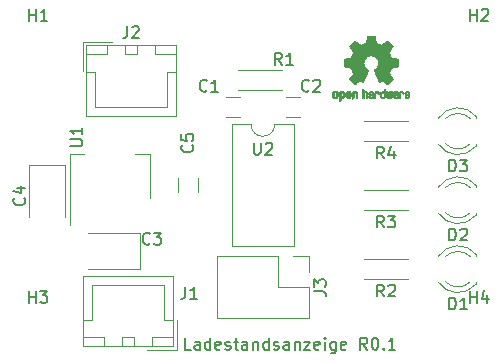
<source format=gbr>
G04 #@! TF.GenerationSoftware,KiCad,Pcbnew,(5.1.5)-3*
G04 #@! TF.CreationDate,2020-01-24T11:16:49+01:00*
G04 #@! TF.ProjectId,Ladestandsanzeige,4c616465-7374-4616-9e64-73616e7a6569,rev?*
G04 #@! TF.SameCoordinates,Original*
G04 #@! TF.FileFunction,Legend,Top*
G04 #@! TF.FilePolarity,Positive*
%FSLAX46Y46*%
G04 Gerber Fmt 4.6, Leading zero omitted, Abs format (unit mm)*
G04 Created by KiCad (PCBNEW (5.1.5)-3) date 2020-01-24 11:16:49*
%MOMM*%
%LPD*%
G04 APERTURE LIST*
%ADD10C,0.150000*%
%ADD11C,0.010000*%
%ADD12C,0.120000*%
G04 APERTURE END LIST*
D10*
X135359238Y-125420380D02*
X134883047Y-125420380D01*
X134883047Y-124420380D01*
X136121142Y-125420380D02*
X136121142Y-124896571D01*
X136073523Y-124801333D01*
X135978285Y-124753714D01*
X135787809Y-124753714D01*
X135692571Y-124801333D01*
X136121142Y-125372761D02*
X136025904Y-125420380D01*
X135787809Y-125420380D01*
X135692571Y-125372761D01*
X135644952Y-125277523D01*
X135644952Y-125182285D01*
X135692571Y-125087047D01*
X135787809Y-125039428D01*
X136025904Y-125039428D01*
X136121142Y-124991809D01*
X137025904Y-125420380D02*
X137025904Y-124420380D01*
X137025904Y-125372761D02*
X136930666Y-125420380D01*
X136740190Y-125420380D01*
X136644952Y-125372761D01*
X136597333Y-125325142D01*
X136549714Y-125229904D01*
X136549714Y-124944190D01*
X136597333Y-124848952D01*
X136644952Y-124801333D01*
X136740190Y-124753714D01*
X136930666Y-124753714D01*
X137025904Y-124801333D01*
X137883047Y-125372761D02*
X137787809Y-125420380D01*
X137597333Y-125420380D01*
X137502095Y-125372761D01*
X137454476Y-125277523D01*
X137454476Y-124896571D01*
X137502095Y-124801333D01*
X137597333Y-124753714D01*
X137787809Y-124753714D01*
X137883047Y-124801333D01*
X137930666Y-124896571D01*
X137930666Y-124991809D01*
X137454476Y-125087047D01*
X138311619Y-125372761D02*
X138406857Y-125420380D01*
X138597333Y-125420380D01*
X138692571Y-125372761D01*
X138740190Y-125277523D01*
X138740190Y-125229904D01*
X138692571Y-125134666D01*
X138597333Y-125087047D01*
X138454476Y-125087047D01*
X138359238Y-125039428D01*
X138311619Y-124944190D01*
X138311619Y-124896571D01*
X138359238Y-124801333D01*
X138454476Y-124753714D01*
X138597333Y-124753714D01*
X138692571Y-124801333D01*
X139025904Y-124753714D02*
X139406857Y-124753714D01*
X139168761Y-124420380D02*
X139168761Y-125277523D01*
X139216380Y-125372761D01*
X139311619Y-125420380D01*
X139406857Y-125420380D01*
X140168761Y-125420380D02*
X140168761Y-124896571D01*
X140121142Y-124801333D01*
X140025904Y-124753714D01*
X139835428Y-124753714D01*
X139740190Y-124801333D01*
X140168761Y-125372761D02*
X140073523Y-125420380D01*
X139835428Y-125420380D01*
X139740190Y-125372761D01*
X139692571Y-125277523D01*
X139692571Y-125182285D01*
X139740190Y-125087047D01*
X139835428Y-125039428D01*
X140073523Y-125039428D01*
X140168761Y-124991809D01*
X140644952Y-124753714D02*
X140644952Y-125420380D01*
X140644952Y-124848952D02*
X140692571Y-124801333D01*
X140787809Y-124753714D01*
X140930666Y-124753714D01*
X141025904Y-124801333D01*
X141073523Y-124896571D01*
X141073523Y-125420380D01*
X141978285Y-125420380D02*
X141978285Y-124420380D01*
X141978285Y-125372761D02*
X141883047Y-125420380D01*
X141692571Y-125420380D01*
X141597333Y-125372761D01*
X141549714Y-125325142D01*
X141502095Y-125229904D01*
X141502095Y-124944190D01*
X141549714Y-124848952D01*
X141597333Y-124801333D01*
X141692571Y-124753714D01*
X141883047Y-124753714D01*
X141978285Y-124801333D01*
X142406857Y-125372761D02*
X142502095Y-125420380D01*
X142692571Y-125420380D01*
X142787809Y-125372761D01*
X142835428Y-125277523D01*
X142835428Y-125229904D01*
X142787809Y-125134666D01*
X142692571Y-125087047D01*
X142549714Y-125087047D01*
X142454476Y-125039428D01*
X142406857Y-124944190D01*
X142406857Y-124896571D01*
X142454476Y-124801333D01*
X142549714Y-124753714D01*
X142692571Y-124753714D01*
X142787809Y-124801333D01*
X143692571Y-125420380D02*
X143692571Y-124896571D01*
X143644952Y-124801333D01*
X143549714Y-124753714D01*
X143359238Y-124753714D01*
X143264000Y-124801333D01*
X143692571Y-125372761D02*
X143597333Y-125420380D01*
X143359238Y-125420380D01*
X143264000Y-125372761D01*
X143216380Y-125277523D01*
X143216380Y-125182285D01*
X143264000Y-125087047D01*
X143359238Y-125039428D01*
X143597333Y-125039428D01*
X143692571Y-124991809D01*
X144168761Y-124753714D02*
X144168761Y-125420380D01*
X144168761Y-124848952D02*
X144216380Y-124801333D01*
X144311619Y-124753714D01*
X144454476Y-124753714D01*
X144549714Y-124801333D01*
X144597333Y-124896571D01*
X144597333Y-125420380D01*
X144978285Y-124753714D02*
X145502095Y-124753714D01*
X144978285Y-125420380D01*
X145502095Y-125420380D01*
X146264000Y-125372761D02*
X146168761Y-125420380D01*
X145978285Y-125420380D01*
X145883047Y-125372761D01*
X145835428Y-125277523D01*
X145835428Y-124896571D01*
X145883047Y-124801333D01*
X145978285Y-124753714D01*
X146168761Y-124753714D01*
X146264000Y-124801333D01*
X146311619Y-124896571D01*
X146311619Y-124991809D01*
X145835428Y-125087047D01*
X146740190Y-125420380D02*
X146740190Y-124753714D01*
X146740190Y-124420380D02*
X146692571Y-124468000D01*
X146740190Y-124515619D01*
X146787809Y-124468000D01*
X146740190Y-124420380D01*
X146740190Y-124515619D01*
X147644952Y-124753714D02*
X147644952Y-125563238D01*
X147597333Y-125658476D01*
X147549714Y-125706095D01*
X147454476Y-125753714D01*
X147311619Y-125753714D01*
X147216380Y-125706095D01*
X147644952Y-125372761D02*
X147549714Y-125420380D01*
X147359238Y-125420380D01*
X147264000Y-125372761D01*
X147216380Y-125325142D01*
X147168761Y-125229904D01*
X147168761Y-124944190D01*
X147216380Y-124848952D01*
X147264000Y-124801333D01*
X147359238Y-124753714D01*
X147549714Y-124753714D01*
X147644952Y-124801333D01*
X148502095Y-125372761D02*
X148406857Y-125420380D01*
X148216380Y-125420380D01*
X148121142Y-125372761D01*
X148073523Y-125277523D01*
X148073523Y-124896571D01*
X148121142Y-124801333D01*
X148216380Y-124753714D01*
X148406857Y-124753714D01*
X148502095Y-124801333D01*
X148549714Y-124896571D01*
X148549714Y-124991809D01*
X148073523Y-125087047D01*
X150311619Y-125420380D02*
X149978285Y-124944190D01*
X149740190Y-125420380D02*
X149740190Y-124420380D01*
X150121142Y-124420380D01*
X150216380Y-124468000D01*
X150264000Y-124515619D01*
X150311619Y-124610857D01*
X150311619Y-124753714D01*
X150264000Y-124848952D01*
X150216380Y-124896571D01*
X150121142Y-124944190D01*
X149740190Y-124944190D01*
X150930666Y-124420380D02*
X151025904Y-124420380D01*
X151121142Y-124468000D01*
X151168761Y-124515619D01*
X151216380Y-124610857D01*
X151264000Y-124801333D01*
X151264000Y-125039428D01*
X151216380Y-125229904D01*
X151168761Y-125325142D01*
X151121142Y-125372761D01*
X151025904Y-125420380D01*
X150930666Y-125420380D01*
X150835428Y-125372761D01*
X150787809Y-125325142D01*
X150740190Y-125229904D01*
X150692571Y-125039428D01*
X150692571Y-124801333D01*
X150740190Y-124610857D01*
X150787809Y-124515619D01*
X150835428Y-124468000D01*
X150930666Y-124420380D01*
X151692571Y-125325142D02*
X151740190Y-125372761D01*
X151692571Y-125420380D01*
X151644952Y-125372761D01*
X151692571Y-125325142D01*
X151692571Y-125420380D01*
X152692571Y-125420380D02*
X152121142Y-125420380D01*
X152406857Y-125420380D02*
X152406857Y-124420380D01*
X152311619Y-124563238D01*
X152216380Y-124658476D01*
X152121142Y-124706095D01*
D11*
G36*
X148221744Y-103519918D02*
G01*
X148277201Y-103547568D01*
X148326148Y-103598480D01*
X148339629Y-103617338D01*
X148354314Y-103642015D01*
X148363842Y-103668816D01*
X148369293Y-103704587D01*
X148371747Y-103756169D01*
X148372286Y-103824267D01*
X148369852Y-103917588D01*
X148361394Y-103987657D01*
X148345174Y-104039931D01*
X148319454Y-104079869D01*
X148282497Y-104112929D01*
X148279782Y-104114886D01*
X148243360Y-104134908D01*
X148199502Y-104144815D01*
X148143724Y-104147257D01*
X148053048Y-104147257D01*
X148053010Y-104235283D01*
X148052166Y-104284308D01*
X148047024Y-104313065D01*
X148033587Y-104330311D01*
X148007858Y-104344808D01*
X148001679Y-104347769D01*
X147972764Y-104361648D01*
X147950376Y-104370414D01*
X147933729Y-104371171D01*
X147922036Y-104361023D01*
X147914510Y-104337073D01*
X147910366Y-104296426D01*
X147908815Y-104236186D01*
X147909071Y-104153455D01*
X147910349Y-104045339D01*
X147910748Y-104013000D01*
X147912185Y-103901524D01*
X147913472Y-103828603D01*
X148052971Y-103828603D01*
X148053755Y-103890499D01*
X148057240Y-103930997D01*
X148065124Y-103957708D01*
X148079105Y-103978244D01*
X148088597Y-103988260D01*
X148127404Y-104017567D01*
X148161763Y-104019952D01*
X148197216Y-103995750D01*
X148198114Y-103994857D01*
X148212539Y-103976153D01*
X148221313Y-103950732D01*
X148225739Y-103911584D01*
X148227118Y-103851697D01*
X148227143Y-103838430D01*
X148223812Y-103755901D01*
X148212969Y-103698691D01*
X148193340Y-103663766D01*
X148163650Y-103648094D01*
X148146491Y-103646514D01*
X148105766Y-103653926D01*
X148077832Y-103678330D01*
X148061017Y-103722980D01*
X148053650Y-103791130D01*
X148052971Y-103828603D01*
X147913472Y-103828603D01*
X147913708Y-103815245D01*
X147915677Y-103750333D01*
X147918450Y-103702958D01*
X147922388Y-103669290D01*
X147927849Y-103645498D01*
X147935192Y-103627753D01*
X147944777Y-103612224D01*
X147948887Y-103606381D01*
X148003405Y-103551185D01*
X148072336Y-103519890D01*
X148152072Y-103511165D01*
X148221744Y-103519918D01*
G37*
X148221744Y-103519918D02*
X148277201Y-103547568D01*
X148326148Y-103598480D01*
X148339629Y-103617338D01*
X148354314Y-103642015D01*
X148363842Y-103668816D01*
X148369293Y-103704587D01*
X148371747Y-103756169D01*
X148372286Y-103824267D01*
X148369852Y-103917588D01*
X148361394Y-103987657D01*
X148345174Y-104039931D01*
X148319454Y-104079869D01*
X148282497Y-104112929D01*
X148279782Y-104114886D01*
X148243360Y-104134908D01*
X148199502Y-104144815D01*
X148143724Y-104147257D01*
X148053048Y-104147257D01*
X148053010Y-104235283D01*
X148052166Y-104284308D01*
X148047024Y-104313065D01*
X148033587Y-104330311D01*
X148007858Y-104344808D01*
X148001679Y-104347769D01*
X147972764Y-104361648D01*
X147950376Y-104370414D01*
X147933729Y-104371171D01*
X147922036Y-104361023D01*
X147914510Y-104337073D01*
X147910366Y-104296426D01*
X147908815Y-104236186D01*
X147909071Y-104153455D01*
X147910349Y-104045339D01*
X147910748Y-104013000D01*
X147912185Y-103901524D01*
X147913472Y-103828603D01*
X148052971Y-103828603D01*
X148053755Y-103890499D01*
X148057240Y-103930997D01*
X148065124Y-103957708D01*
X148079105Y-103978244D01*
X148088597Y-103988260D01*
X148127404Y-104017567D01*
X148161763Y-104019952D01*
X148197216Y-103995750D01*
X148198114Y-103994857D01*
X148212539Y-103976153D01*
X148221313Y-103950732D01*
X148225739Y-103911584D01*
X148227118Y-103851697D01*
X148227143Y-103838430D01*
X148223812Y-103755901D01*
X148212969Y-103698691D01*
X148193340Y-103663766D01*
X148163650Y-103648094D01*
X148146491Y-103646514D01*
X148105766Y-103653926D01*
X148077832Y-103678330D01*
X148061017Y-103722980D01*
X148053650Y-103791130D01*
X148052971Y-103828603D01*
X147913472Y-103828603D01*
X147913708Y-103815245D01*
X147915677Y-103750333D01*
X147918450Y-103702958D01*
X147922388Y-103669290D01*
X147927849Y-103645498D01*
X147935192Y-103627753D01*
X147944777Y-103612224D01*
X147948887Y-103606381D01*
X148003405Y-103551185D01*
X148072336Y-103519890D01*
X148152072Y-103511165D01*
X148221744Y-103519918D01*
G36*
X149338093Y-103527780D02*
G01*
X149384672Y-103554723D01*
X149417057Y-103581466D01*
X149440742Y-103609484D01*
X149457059Y-103643748D01*
X149467339Y-103689227D01*
X149472914Y-103750892D01*
X149475116Y-103833711D01*
X149475371Y-103893246D01*
X149475371Y-104112391D01*
X149413686Y-104140044D01*
X149352000Y-104167697D01*
X149344743Y-103927670D01*
X149341744Y-103838028D01*
X149338598Y-103772962D01*
X149334701Y-103728026D01*
X149329447Y-103698770D01*
X149322231Y-103680748D01*
X149312450Y-103669511D01*
X149309312Y-103667079D01*
X149261761Y-103648083D01*
X149213697Y-103655600D01*
X149185086Y-103675543D01*
X149173447Y-103689675D01*
X149165391Y-103708220D01*
X149160271Y-103736334D01*
X149157441Y-103779173D01*
X149156256Y-103841895D01*
X149156057Y-103907261D01*
X149156018Y-103989268D01*
X149154614Y-104047316D01*
X149149914Y-104086465D01*
X149139987Y-104111780D01*
X149122903Y-104128323D01*
X149096732Y-104141156D01*
X149061775Y-104154491D01*
X149023596Y-104169007D01*
X149028141Y-103911389D01*
X149029971Y-103818519D01*
X149032112Y-103749889D01*
X149035181Y-103700711D01*
X149039794Y-103666198D01*
X149046568Y-103641562D01*
X149056119Y-103622016D01*
X149067634Y-103604770D01*
X149123190Y-103549680D01*
X149190980Y-103517822D01*
X149264713Y-103510191D01*
X149338093Y-103527780D01*
G37*
X149338093Y-103527780D02*
X149384672Y-103554723D01*
X149417057Y-103581466D01*
X149440742Y-103609484D01*
X149457059Y-103643748D01*
X149467339Y-103689227D01*
X149472914Y-103750892D01*
X149475116Y-103833711D01*
X149475371Y-103893246D01*
X149475371Y-104112391D01*
X149413686Y-104140044D01*
X149352000Y-104167697D01*
X149344743Y-103927670D01*
X149341744Y-103838028D01*
X149338598Y-103772962D01*
X149334701Y-103728026D01*
X149329447Y-103698770D01*
X149322231Y-103680748D01*
X149312450Y-103669511D01*
X149309312Y-103667079D01*
X149261761Y-103648083D01*
X149213697Y-103655600D01*
X149185086Y-103675543D01*
X149173447Y-103689675D01*
X149165391Y-103708220D01*
X149160271Y-103736334D01*
X149157441Y-103779173D01*
X149156256Y-103841895D01*
X149156057Y-103907261D01*
X149156018Y-103989268D01*
X149154614Y-104047316D01*
X149149914Y-104086465D01*
X149139987Y-104111780D01*
X149122903Y-104128323D01*
X149096732Y-104141156D01*
X149061775Y-104154491D01*
X149023596Y-104169007D01*
X149028141Y-103911389D01*
X149029971Y-103818519D01*
X149032112Y-103749889D01*
X149035181Y-103700711D01*
X149039794Y-103666198D01*
X149046568Y-103641562D01*
X149056119Y-103622016D01*
X149067634Y-103604770D01*
X149123190Y-103549680D01*
X149190980Y-103517822D01*
X149264713Y-103510191D01*
X149338093Y-103527780D01*
G36*
X147663115Y-103521962D02*
G01*
X147731145Y-103557733D01*
X147781351Y-103615301D01*
X147799185Y-103652312D01*
X147813063Y-103707882D01*
X147820167Y-103778096D01*
X147820840Y-103854727D01*
X147815427Y-103929552D01*
X147804270Y-103994342D01*
X147787714Y-104040873D01*
X147782626Y-104048887D01*
X147722355Y-104108707D01*
X147650769Y-104144535D01*
X147573092Y-104155020D01*
X147494548Y-104138810D01*
X147472689Y-104129092D01*
X147430122Y-104099143D01*
X147392763Y-104059433D01*
X147389232Y-104054397D01*
X147374881Y-104030124D01*
X147365394Y-104004178D01*
X147359790Y-103970022D01*
X147357086Y-103921119D01*
X147356299Y-103850935D01*
X147356286Y-103835200D01*
X147356322Y-103830192D01*
X147501429Y-103830192D01*
X147502273Y-103896430D01*
X147505596Y-103940386D01*
X147512583Y-103968779D01*
X147524416Y-103988325D01*
X147530457Y-103994857D01*
X147565186Y-104019680D01*
X147598903Y-104018548D01*
X147632995Y-103997016D01*
X147653329Y-103974029D01*
X147665371Y-103940478D01*
X147672134Y-103887569D01*
X147672598Y-103881399D01*
X147673752Y-103785513D01*
X147661688Y-103714299D01*
X147636570Y-103668194D01*
X147598560Y-103647635D01*
X147584992Y-103646514D01*
X147549364Y-103652152D01*
X147524994Y-103671686D01*
X147510093Y-103709042D01*
X147502875Y-103768150D01*
X147501429Y-103830192D01*
X147356322Y-103830192D01*
X147356826Y-103760413D01*
X147359096Y-103708159D01*
X147364068Y-103671949D01*
X147372713Y-103645299D01*
X147386005Y-103621722D01*
X147388943Y-103617338D01*
X147438313Y-103558249D01*
X147492109Y-103523947D01*
X147557602Y-103510331D01*
X147579842Y-103509665D01*
X147663115Y-103521962D01*
G37*
X147663115Y-103521962D02*
X147731145Y-103557733D01*
X147781351Y-103615301D01*
X147799185Y-103652312D01*
X147813063Y-103707882D01*
X147820167Y-103778096D01*
X147820840Y-103854727D01*
X147815427Y-103929552D01*
X147804270Y-103994342D01*
X147787714Y-104040873D01*
X147782626Y-104048887D01*
X147722355Y-104108707D01*
X147650769Y-104144535D01*
X147573092Y-104155020D01*
X147494548Y-104138810D01*
X147472689Y-104129092D01*
X147430122Y-104099143D01*
X147392763Y-104059433D01*
X147389232Y-104054397D01*
X147374881Y-104030124D01*
X147365394Y-104004178D01*
X147359790Y-103970022D01*
X147357086Y-103921119D01*
X147356299Y-103850935D01*
X147356286Y-103835200D01*
X147356322Y-103830192D01*
X147501429Y-103830192D01*
X147502273Y-103896430D01*
X147505596Y-103940386D01*
X147512583Y-103968779D01*
X147524416Y-103988325D01*
X147530457Y-103994857D01*
X147565186Y-104019680D01*
X147598903Y-104018548D01*
X147632995Y-103997016D01*
X147653329Y-103974029D01*
X147665371Y-103940478D01*
X147672134Y-103887569D01*
X147672598Y-103881399D01*
X147673752Y-103785513D01*
X147661688Y-103714299D01*
X147636570Y-103668194D01*
X147598560Y-103647635D01*
X147584992Y-103646514D01*
X147549364Y-103652152D01*
X147524994Y-103671686D01*
X147510093Y-103709042D01*
X147502875Y-103768150D01*
X147501429Y-103830192D01*
X147356322Y-103830192D01*
X147356826Y-103760413D01*
X147359096Y-103708159D01*
X147364068Y-103671949D01*
X147372713Y-103645299D01*
X147386005Y-103621722D01*
X147388943Y-103617338D01*
X147438313Y-103558249D01*
X147492109Y-103523947D01*
X147557602Y-103510331D01*
X147579842Y-103509665D01*
X147663115Y-103521962D01*
G36*
X148790303Y-103531239D02*
G01*
X148847527Y-103569735D01*
X148891749Y-103625335D01*
X148918167Y-103696086D01*
X148923510Y-103748162D01*
X148922903Y-103769893D01*
X148917822Y-103786531D01*
X148903855Y-103801437D01*
X148876589Y-103817973D01*
X148831612Y-103839498D01*
X148764511Y-103869374D01*
X148764171Y-103869524D01*
X148702407Y-103897813D01*
X148651759Y-103922933D01*
X148617404Y-103942179D01*
X148604518Y-103952848D01*
X148604514Y-103952934D01*
X148615872Y-103976166D01*
X148642431Y-104001774D01*
X148672923Y-104020221D01*
X148688370Y-104023886D01*
X148730515Y-104011212D01*
X148766808Y-103979471D01*
X148784517Y-103944572D01*
X148801552Y-103918845D01*
X148834922Y-103889546D01*
X148874149Y-103864235D01*
X148908756Y-103850471D01*
X148915993Y-103849714D01*
X148924139Y-103862160D01*
X148924630Y-103893972D01*
X148918643Y-103936866D01*
X148907357Y-103982558D01*
X148891950Y-104022761D01*
X148891171Y-104024322D01*
X148844804Y-104089062D01*
X148784711Y-104133097D01*
X148716465Y-104154711D01*
X148645638Y-104152185D01*
X148577804Y-104123804D01*
X148574788Y-104121808D01*
X148521427Y-104073448D01*
X148486340Y-104010352D01*
X148466922Y-103927387D01*
X148464316Y-103904078D01*
X148459701Y-103794055D01*
X148465233Y-103742748D01*
X148604514Y-103742748D01*
X148606324Y-103774753D01*
X148616222Y-103784093D01*
X148640898Y-103777105D01*
X148679795Y-103760587D01*
X148723275Y-103739881D01*
X148724356Y-103739333D01*
X148761209Y-103719949D01*
X148776000Y-103707013D01*
X148772353Y-103693451D01*
X148756995Y-103675632D01*
X148717923Y-103649845D01*
X148675846Y-103647950D01*
X148638103Y-103666717D01*
X148612034Y-103702915D01*
X148604514Y-103742748D01*
X148465233Y-103742748D01*
X148469194Y-103706027D01*
X148493550Y-103636212D01*
X148527456Y-103587302D01*
X148588653Y-103537878D01*
X148656063Y-103513359D01*
X148724880Y-103511797D01*
X148790303Y-103531239D01*
G37*
X148790303Y-103531239D02*
X148847527Y-103569735D01*
X148891749Y-103625335D01*
X148918167Y-103696086D01*
X148923510Y-103748162D01*
X148922903Y-103769893D01*
X148917822Y-103786531D01*
X148903855Y-103801437D01*
X148876589Y-103817973D01*
X148831612Y-103839498D01*
X148764511Y-103869374D01*
X148764171Y-103869524D01*
X148702407Y-103897813D01*
X148651759Y-103922933D01*
X148617404Y-103942179D01*
X148604518Y-103952848D01*
X148604514Y-103952934D01*
X148615872Y-103976166D01*
X148642431Y-104001774D01*
X148672923Y-104020221D01*
X148688370Y-104023886D01*
X148730515Y-104011212D01*
X148766808Y-103979471D01*
X148784517Y-103944572D01*
X148801552Y-103918845D01*
X148834922Y-103889546D01*
X148874149Y-103864235D01*
X148908756Y-103850471D01*
X148915993Y-103849714D01*
X148924139Y-103862160D01*
X148924630Y-103893972D01*
X148918643Y-103936866D01*
X148907357Y-103982558D01*
X148891950Y-104022761D01*
X148891171Y-104024322D01*
X148844804Y-104089062D01*
X148784711Y-104133097D01*
X148716465Y-104154711D01*
X148645638Y-104152185D01*
X148577804Y-104123804D01*
X148574788Y-104121808D01*
X148521427Y-104073448D01*
X148486340Y-104010352D01*
X148466922Y-103927387D01*
X148464316Y-103904078D01*
X148459701Y-103794055D01*
X148465233Y-103742748D01*
X148604514Y-103742748D01*
X148606324Y-103774753D01*
X148616222Y-103784093D01*
X148640898Y-103777105D01*
X148679795Y-103760587D01*
X148723275Y-103739881D01*
X148724356Y-103739333D01*
X148761209Y-103719949D01*
X148776000Y-103707013D01*
X148772353Y-103693451D01*
X148756995Y-103675632D01*
X148717923Y-103649845D01*
X148675846Y-103647950D01*
X148638103Y-103666717D01*
X148612034Y-103702915D01*
X148604514Y-103742748D01*
X148465233Y-103742748D01*
X148469194Y-103706027D01*
X148493550Y-103636212D01*
X148527456Y-103587302D01*
X148588653Y-103537878D01*
X148656063Y-103513359D01*
X148724880Y-103511797D01*
X148790303Y-103531239D01*
G36*
X149997886Y-103451289D02*
G01*
X150002139Y-103510613D01*
X150007025Y-103545572D01*
X150013795Y-103560820D01*
X150023702Y-103561015D01*
X150026914Y-103559195D01*
X150069644Y-103546015D01*
X150125227Y-103546785D01*
X150181737Y-103560333D01*
X150217082Y-103577861D01*
X150253321Y-103605861D01*
X150279813Y-103637549D01*
X150297999Y-103677813D01*
X150309322Y-103731543D01*
X150315222Y-103803626D01*
X150317143Y-103898951D01*
X150317177Y-103917237D01*
X150317200Y-104122646D01*
X150271491Y-104138580D01*
X150239027Y-104149420D01*
X150221215Y-104154468D01*
X150220691Y-104154514D01*
X150218937Y-104140828D01*
X150217444Y-104103076D01*
X150216326Y-104046224D01*
X150215697Y-103975234D01*
X150215600Y-103932073D01*
X150215398Y-103846973D01*
X150214358Y-103785981D01*
X150211831Y-103744177D01*
X150207164Y-103716642D01*
X150199707Y-103698456D01*
X150188811Y-103684698D01*
X150182007Y-103678073D01*
X150135272Y-103651375D01*
X150084272Y-103649375D01*
X150038001Y-103671955D01*
X150029444Y-103680107D01*
X150016893Y-103695436D01*
X150008188Y-103713618D01*
X150002631Y-103739909D01*
X149999526Y-103779562D01*
X149998176Y-103837832D01*
X149997886Y-103918173D01*
X149997886Y-104122646D01*
X149952177Y-104138580D01*
X149919713Y-104149420D01*
X149901901Y-104154468D01*
X149901377Y-104154514D01*
X149900037Y-104140623D01*
X149898828Y-104101439D01*
X149897801Y-104040700D01*
X149897002Y-103962141D01*
X149896481Y-103869498D01*
X149896286Y-103766509D01*
X149896286Y-103369342D01*
X149943457Y-103349444D01*
X149990629Y-103329547D01*
X149997886Y-103451289D01*
G37*
X149997886Y-103451289D02*
X150002139Y-103510613D01*
X150007025Y-103545572D01*
X150013795Y-103560820D01*
X150023702Y-103561015D01*
X150026914Y-103559195D01*
X150069644Y-103546015D01*
X150125227Y-103546785D01*
X150181737Y-103560333D01*
X150217082Y-103577861D01*
X150253321Y-103605861D01*
X150279813Y-103637549D01*
X150297999Y-103677813D01*
X150309322Y-103731543D01*
X150315222Y-103803626D01*
X150317143Y-103898951D01*
X150317177Y-103917237D01*
X150317200Y-104122646D01*
X150271491Y-104138580D01*
X150239027Y-104149420D01*
X150221215Y-104154468D01*
X150220691Y-104154514D01*
X150218937Y-104140828D01*
X150217444Y-104103076D01*
X150216326Y-104046224D01*
X150215697Y-103975234D01*
X150215600Y-103932073D01*
X150215398Y-103846973D01*
X150214358Y-103785981D01*
X150211831Y-103744177D01*
X150207164Y-103716642D01*
X150199707Y-103698456D01*
X150188811Y-103684698D01*
X150182007Y-103678073D01*
X150135272Y-103651375D01*
X150084272Y-103649375D01*
X150038001Y-103671955D01*
X150029444Y-103680107D01*
X150016893Y-103695436D01*
X150008188Y-103713618D01*
X150002631Y-103739909D01*
X149999526Y-103779562D01*
X149998176Y-103837832D01*
X149997886Y-103918173D01*
X149997886Y-104122646D01*
X149952177Y-104138580D01*
X149919713Y-104149420D01*
X149901901Y-104154468D01*
X149901377Y-104154514D01*
X149900037Y-104140623D01*
X149898828Y-104101439D01*
X149897801Y-104040700D01*
X149897002Y-103962141D01*
X149896481Y-103869498D01*
X149896286Y-103766509D01*
X149896286Y-103369342D01*
X149943457Y-103349444D01*
X149990629Y-103329547D01*
X149997886Y-103451289D01*
G36*
X150661744Y-103550968D02*
G01*
X150718616Y-103572087D01*
X150719267Y-103572493D01*
X150754440Y-103598380D01*
X150780407Y-103628633D01*
X150798670Y-103668058D01*
X150810732Y-103721462D01*
X150818096Y-103793651D01*
X150822264Y-103889432D01*
X150822629Y-103903078D01*
X150827876Y-104108842D01*
X150783716Y-104131678D01*
X150751763Y-104147110D01*
X150732470Y-104154423D01*
X150731578Y-104154514D01*
X150728239Y-104141022D01*
X150725587Y-104104626D01*
X150723956Y-104051452D01*
X150723600Y-104008393D01*
X150723592Y-103938641D01*
X150720403Y-103894837D01*
X150709288Y-103873944D01*
X150685501Y-103872925D01*
X150644296Y-103888741D01*
X150582086Y-103917815D01*
X150536341Y-103941963D01*
X150512813Y-103962913D01*
X150505896Y-103985747D01*
X150505886Y-103986877D01*
X150517299Y-104026212D01*
X150551092Y-104047462D01*
X150602809Y-104050539D01*
X150640061Y-104050006D01*
X150659703Y-104060735D01*
X150671952Y-104086505D01*
X150679002Y-104119337D01*
X150668842Y-104137966D01*
X150665017Y-104140632D01*
X150629001Y-104151340D01*
X150578566Y-104152856D01*
X150526626Y-104145759D01*
X150489822Y-104132788D01*
X150438938Y-104089585D01*
X150410014Y-104029446D01*
X150404286Y-103982462D01*
X150408657Y-103940082D01*
X150424475Y-103905488D01*
X150455797Y-103874763D01*
X150506678Y-103843990D01*
X150581176Y-103809252D01*
X150585714Y-103807288D01*
X150652821Y-103776287D01*
X150694232Y-103750862D01*
X150711981Y-103728014D01*
X150708107Y-103704745D01*
X150684643Y-103678056D01*
X150677627Y-103671914D01*
X150630630Y-103648100D01*
X150581933Y-103649103D01*
X150539522Y-103672451D01*
X150511384Y-103715675D01*
X150508769Y-103724160D01*
X150483308Y-103765308D01*
X150451001Y-103785128D01*
X150404286Y-103804770D01*
X150404286Y-103753950D01*
X150418496Y-103680082D01*
X150460675Y-103612327D01*
X150482624Y-103589661D01*
X150532517Y-103560569D01*
X150595967Y-103547400D01*
X150661744Y-103550968D01*
G37*
X150661744Y-103550968D02*
X150718616Y-103572087D01*
X150719267Y-103572493D01*
X150754440Y-103598380D01*
X150780407Y-103628633D01*
X150798670Y-103668058D01*
X150810732Y-103721462D01*
X150818096Y-103793651D01*
X150822264Y-103889432D01*
X150822629Y-103903078D01*
X150827876Y-104108842D01*
X150783716Y-104131678D01*
X150751763Y-104147110D01*
X150732470Y-104154423D01*
X150731578Y-104154514D01*
X150728239Y-104141022D01*
X150725587Y-104104626D01*
X150723956Y-104051452D01*
X150723600Y-104008393D01*
X150723592Y-103938641D01*
X150720403Y-103894837D01*
X150709288Y-103873944D01*
X150685501Y-103872925D01*
X150644296Y-103888741D01*
X150582086Y-103917815D01*
X150536341Y-103941963D01*
X150512813Y-103962913D01*
X150505896Y-103985747D01*
X150505886Y-103986877D01*
X150517299Y-104026212D01*
X150551092Y-104047462D01*
X150602809Y-104050539D01*
X150640061Y-104050006D01*
X150659703Y-104060735D01*
X150671952Y-104086505D01*
X150679002Y-104119337D01*
X150668842Y-104137966D01*
X150665017Y-104140632D01*
X150629001Y-104151340D01*
X150578566Y-104152856D01*
X150526626Y-104145759D01*
X150489822Y-104132788D01*
X150438938Y-104089585D01*
X150410014Y-104029446D01*
X150404286Y-103982462D01*
X150408657Y-103940082D01*
X150424475Y-103905488D01*
X150455797Y-103874763D01*
X150506678Y-103843990D01*
X150581176Y-103809252D01*
X150585714Y-103807288D01*
X150652821Y-103776287D01*
X150694232Y-103750862D01*
X150711981Y-103728014D01*
X150708107Y-103704745D01*
X150684643Y-103678056D01*
X150677627Y-103671914D01*
X150630630Y-103648100D01*
X150581933Y-103649103D01*
X150539522Y-103672451D01*
X150511384Y-103715675D01*
X150508769Y-103724160D01*
X150483308Y-103765308D01*
X150451001Y-103785128D01*
X150404286Y-103804770D01*
X150404286Y-103753950D01*
X150418496Y-103680082D01*
X150460675Y-103612327D01*
X150482624Y-103589661D01*
X150532517Y-103560569D01*
X150595967Y-103547400D01*
X150661744Y-103550968D01*
G36*
X151151926Y-103549755D02*
G01*
X151217858Y-103574084D01*
X151271273Y-103617117D01*
X151292164Y-103647409D01*
X151314939Y-103702994D01*
X151314466Y-103743186D01*
X151290562Y-103770217D01*
X151281717Y-103774813D01*
X151243530Y-103789144D01*
X151224028Y-103785472D01*
X151217422Y-103761407D01*
X151217086Y-103748114D01*
X151204992Y-103699210D01*
X151173471Y-103664999D01*
X151129659Y-103648476D01*
X151080695Y-103652634D01*
X151040894Y-103674227D01*
X151027450Y-103686544D01*
X151017921Y-103701487D01*
X151011485Y-103724075D01*
X151007317Y-103759328D01*
X151004597Y-103812266D01*
X151002502Y-103887907D01*
X151001960Y-103911857D01*
X150999981Y-103993790D01*
X150997731Y-104051455D01*
X150994357Y-104089608D01*
X150989006Y-104113004D01*
X150980824Y-104126398D01*
X150968959Y-104134545D01*
X150961362Y-104138144D01*
X150929102Y-104150452D01*
X150910111Y-104154514D01*
X150903836Y-104140948D01*
X150900006Y-104099934D01*
X150898600Y-104030999D01*
X150899598Y-103933669D01*
X150899908Y-103918657D01*
X150902101Y-103829859D01*
X150904693Y-103765019D01*
X150908382Y-103719067D01*
X150913864Y-103686935D01*
X150921835Y-103663553D01*
X150932993Y-103643852D01*
X150938830Y-103635410D01*
X150972296Y-103598057D01*
X151009727Y-103569003D01*
X151014309Y-103566467D01*
X151081426Y-103546443D01*
X151151926Y-103549755D01*
G37*
X151151926Y-103549755D02*
X151217858Y-103574084D01*
X151271273Y-103617117D01*
X151292164Y-103647409D01*
X151314939Y-103702994D01*
X151314466Y-103743186D01*
X151290562Y-103770217D01*
X151281717Y-103774813D01*
X151243530Y-103789144D01*
X151224028Y-103785472D01*
X151217422Y-103761407D01*
X151217086Y-103748114D01*
X151204992Y-103699210D01*
X151173471Y-103664999D01*
X151129659Y-103648476D01*
X151080695Y-103652634D01*
X151040894Y-103674227D01*
X151027450Y-103686544D01*
X151017921Y-103701487D01*
X151011485Y-103724075D01*
X151007317Y-103759328D01*
X151004597Y-103812266D01*
X151002502Y-103887907D01*
X151001960Y-103911857D01*
X150999981Y-103993790D01*
X150997731Y-104051455D01*
X150994357Y-104089608D01*
X150989006Y-104113004D01*
X150980824Y-104126398D01*
X150968959Y-104134545D01*
X150961362Y-104138144D01*
X150929102Y-104150452D01*
X150910111Y-104154514D01*
X150903836Y-104140948D01*
X150900006Y-104099934D01*
X150898600Y-104030999D01*
X150899598Y-103933669D01*
X150899908Y-103918657D01*
X150902101Y-103829859D01*
X150904693Y-103765019D01*
X150908382Y-103719067D01*
X150913864Y-103686935D01*
X150921835Y-103663553D01*
X150932993Y-103643852D01*
X150938830Y-103635410D01*
X150972296Y-103598057D01*
X151009727Y-103569003D01*
X151014309Y-103566467D01*
X151081426Y-103546443D01*
X151151926Y-103549755D01*
G36*
X151812117Y-103665358D02*
G01*
X151811933Y-103773837D01*
X151811219Y-103857287D01*
X151809675Y-103919704D01*
X151807001Y-103965085D01*
X151802894Y-103997429D01*
X151797055Y-104020733D01*
X151789182Y-104038995D01*
X151783221Y-104049418D01*
X151733855Y-104105945D01*
X151671264Y-104141377D01*
X151602013Y-104154090D01*
X151532668Y-104142463D01*
X151491375Y-104121568D01*
X151448025Y-104085422D01*
X151418481Y-104041276D01*
X151400655Y-103983462D01*
X151392463Y-103906313D01*
X151391302Y-103849714D01*
X151391458Y-103845647D01*
X151492857Y-103845647D01*
X151493476Y-103910550D01*
X151496314Y-103953514D01*
X151502840Y-103981622D01*
X151514523Y-104001953D01*
X151528483Y-104017288D01*
X151575365Y-104046890D01*
X151625701Y-104049419D01*
X151673276Y-104024705D01*
X151676979Y-104021356D01*
X151692783Y-104003935D01*
X151702693Y-103983209D01*
X151708058Y-103952362D01*
X151710228Y-103904577D01*
X151710571Y-103851748D01*
X151709827Y-103785381D01*
X151706748Y-103741106D01*
X151700061Y-103712009D01*
X151688496Y-103691173D01*
X151679013Y-103680107D01*
X151634960Y-103652198D01*
X151584224Y-103648843D01*
X151535796Y-103670159D01*
X151526450Y-103678073D01*
X151510540Y-103695647D01*
X151500610Y-103716587D01*
X151495278Y-103747782D01*
X151493163Y-103796122D01*
X151492857Y-103845647D01*
X151391458Y-103845647D01*
X151394810Y-103758568D01*
X151406726Y-103690086D01*
X151429135Y-103638600D01*
X151464124Y-103598443D01*
X151491375Y-103577861D01*
X151540907Y-103555625D01*
X151598316Y-103545304D01*
X151651682Y-103548067D01*
X151681543Y-103559212D01*
X151693261Y-103562383D01*
X151701037Y-103550557D01*
X151706465Y-103518866D01*
X151710571Y-103470593D01*
X151715067Y-103416829D01*
X151721313Y-103384482D01*
X151732676Y-103365985D01*
X151752528Y-103353770D01*
X151765000Y-103348362D01*
X151812171Y-103328601D01*
X151812117Y-103665358D01*
G37*
X151812117Y-103665358D02*
X151811933Y-103773837D01*
X151811219Y-103857287D01*
X151809675Y-103919704D01*
X151807001Y-103965085D01*
X151802894Y-103997429D01*
X151797055Y-104020733D01*
X151789182Y-104038995D01*
X151783221Y-104049418D01*
X151733855Y-104105945D01*
X151671264Y-104141377D01*
X151602013Y-104154090D01*
X151532668Y-104142463D01*
X151491375Y-104121568D01*
X151448025Y-104085422D01*
X151418481Y-104041276D01*
X151400655Y-103983462D01*
X151392463Y-103906313D01*
X151391302Y-103849714D01*
X151391458Y-103845647D01*
X151492857Y-103845647D01*
X151493476Y-103910550D01*
X151496314Y-103953514D01*
X151502840Y-103981622D01*
X151514523Y-104001953D01*
X151528483Y-104017288D01*
X151575365Y-104046890D01*
X151625701Y-104049419D01*
X151673276Y-104024705D01*
X151676979Y-104021356D01*
X151692783Y-104003935D01*
X151702693Y-103983209D01*
X151708058Y-103952362D01*
X151710228Y-103904577D01*
X151710571Y-103851748D01*
X151709827Y-103785381D01*
X151706748Y-103741106D01*
X151700061Y-103712009D01*
X151688496Y-103691173D01*
X151679013Y-103680107D01*
X151634960Y-103652198D01*
X151584224Y-103648843D01*
X151535796Y-103670159D01*
X151526450Y-103678073D01*
X151510540Y-103695647D01*
X151500610Y-103716587D01*
X151495278Y-103747782D01*
X151493163Y-103796122D01*
X151492857Y-103845647D01*
X151391458Y-103845647D01*
X151394810Y-103758568D01*
X151406726Y-103690086D01*
X151429135Y-103638600D01*
X151464124Y-103598443D01*
X151491375Y-103577861D01*
X151540907Y-103555625D01*
X151598316Y-103545304D01*
X151651682Y-103548067D01*
X151681543Y-103559212D01*
X151693261Y-103562383D01*
X151701037Y-103550557D01*
X151706465Y-103518866D01*
X151710571Y-103470593D01*
X151715067Y-103416829D01*
X151721313Y-103384482D01*
X151732676Y-103365985D01*
X151752528Y-103353770D01*
X151765000Y-103348362D01*
X151812171Y-103328601D01*
X151812117Y-103665358D01*
G36*
X152401833Y-103558663D02*
G01*
X152404048Y-103596850D01*
X152405784Y-103654886D01*
X152406899Y-103728180D01*
X152407257Y-103805055D01*
X152407257Y-104065196D01*
X152361326Y-104111127D01*
X152329675Y-104139429D01*
X152301890Y-104150893D01*
X152263915Y-104150168D01*
X152248840Y-104148321D01*
X152201726Y-104142948D01*
X152162756Y-104139869D01*
X152153257Y-104139585D01*
X152121233Y-104141445D01*
X152075432Y-104146114D01*
X152057674Y-104148321D01*
X152014057Y-104151735D01*
X151984745Y-104144320D01*
X151955680Y-104121427D01*
X151945188Y-104111127D01*
X151899257Y-104065196D01*
X151899257Y-103578602D01*
X151936226Y-103561758D01*
X151968059Y-103549282D01*
X151986683Y-103544914D01*
X151991458Y-103558718D01*
X151995921Y-103597286D01*
X151999775Y-103656356D01*
X152002722Y-103731663D01*
X152004143Y-103795286D01*
X152008114Y-104045657D01*
X152042759Y-104050556D01*
X152074268Y-104047131D01*
X152089708Y-104036041D01*
X152094023Y-104015308D01*
X152097708Y-103971145D01*
X152100469Y-103909146D01*
X152102012Y-103834909D01*
X152102235Y-103796706D01*
X152102457Y-103576783D01*
X152148166Y-103560849D01*
X152180518Y-103550015D01*
X152198115Y-103544962D01*
X152198623Y-103544914D01*
X152200388Y-103558648D01*
X152202329Y-103596730D01*
X152204282Y-103654482D01*
X152206084Y-103727227D01*
X152207343Y-103795286D01*
X152211314Y-104045657D01*
X152298400Y-104045657D01*
X152302396Y-103817240D01*
X152306392Y-103588822D01*
X152348847Y-103566868D01*
X152380192Y-103551793D01*
X152398744Y-103544951D01*
X152399279Y-103544914D01*
X152401833Y-103558663D01*
G37*
X152401833Y-103558663D02*
X152404048Y-103596850D01*
X152405784Y-103654886D01*
X152406899Y-103728180D01*
X152407257Y-103805055D01*
X152407257Y-104065196D01*
X152361326Y-104111127D01*
X152329675Y-104139429D01*
X152301890Y-104150893D01*
X152263915Y-104150168D01*
X152248840Y-104148321D01*
X152201726Y-104142948D01*
X152162756Y-104139869D01*
X152153257Y-104139585D01*
X152121233Y-104141445D01*
X152075432Y-104146114D01*
X152057674Y-104148321D01*
X152014057Y-104151735D01*
X151984745Y-104144320D01*
X151955680Y-104121427D01*
X151945188Y-104111127D01*
X151899257Y-104065196D01*
X151899257Y-103578602D01*
X151936226Y-103561758D01*
X151968059Y-103549282D01*
X151986683Y-103544914D01*
X151991458Y-103558718D01*
X151995921Y-103597286D01*
X151999775Y-103656356D01*
X152002722Y-103731663D01*
X152004143Y-103795286D01*
X152008114Y-104045657D01*
X152042759Y-104050556D01*
X152074268Y-104047131D01*
X152089708Y-104036041D01*
X152094023Y-104015308D01*
X152097708Y-103971145D01*
X152100469Y-103909146D01*
X152102012Y-103834909D01*
X152102235Y-103796706D01*
X152102457Y-103576783D01*
X152148166Y-103560849D01*
X152180518Y-103550015D01*
X152198115Y-103544962D01*
X152198623Y-103544914D01*
X152200388Y-103558648D01*
X152202329Y-103596730D01*
X152204282Y-103654482D01*
X152206084Y-103727227D01*
X152207343Y-103795286D01*
X152211314Y-104045657D01*
X152298400Y-104045657D01*
X152302396Y-103817240D01*
X152306392Y-103588822D01*
X152348847Y-103566868D01*
X152380192Y-103551793D01*
X152398744Y-103544951D01*
X152399279Y-103544914D01*
X152401833Y-103558663D01*
G36*
X152766876Y-103556335D02*
G01*
X152808667Y-103575344D01*
X152841469Y-103598378D01*
X152865503Y-103624133D01*
X152882097Y-103657358D01*
X152892577Y-103702800D01*
X152898271Y-103765207D01*
X152900507Y-103849327D01*
X152900743Y-103904721D01*
X152900743Y-104120826D01*
X152863774Y-104137670D01*
X152834656Y-104149981D01*
X152820231Y-104154514D01*
X152817472Y-104141025D01*
X152815282Y-104104653D01*
X152813942Y-104051542D01*
X152813657Y-104009372D01*
X152812434Y-103948447D01*
X152809136Y-103900115D01*
X152804321Y-103870518D01*
X152800496Y-103864229D01*
X152774783Y-103870652D01*
X152734418Y-103887125D01*
X152687679Y-103909458D01*
X152642845Y-103933457D01*
X152608193Y-103954930D01*
X152592002Y-103969685D01*
X152591938Y-103969845D01*
X152593330Y-103997152D01*
X152605818Y-104023219D01*
X152627743Y-104044392D01*
X152659743Y-104051474D01*
X152687092Y-104050649D01*
X152725826Y-104050042D01*
X152746158Y-104059116D01*
X152758369Y-104083092D01*
X152759909Y-104087613D01*
X152765203Y-104121806D01*
X152751047Y-104142568D01*
X152714148Y-104152462D01*
X152674289Y-104154292D01*
X152602562Y-104140727D01*
X152565432Y-104121355D01*
X152519576Y-104075845D01*
X152495256Y-104019983D01*
X152493073Y-103960957D01*
X152513629Y-103905953D01*
X152544549Y-103871486D01*
X152575420Y-103852189D01*
X152623942Y-103827759D01*
X152680485Y-103802985D01*
X152689910Y-103799199D01*
X152752019Y-103771791D01*
X152787822Y-103747634D01*
X152799337Y-103723619D01*
X152788580Y-103696635D01*
X152770114Y-103675543D01*
X152726469Y-103649572D01*
X152678446Y-103647624D01*
X152634406Y-103667637D01*
X152602709Y-103707551D01*
X152598549Y-103717848D01*
X152574327Y-103755724D01*
X152538965Y-103783842D01*
X152494343Y-103806917D01*
X152494343Y-103741485D01*
X152496969Y-103701506D01*
X152508230Y-103669997D01*
X152533199Y-103636378D01*
X152557169Y-103610484D01*
X152594441Y-103573817D01*
X152623401Y-103554121D01*
X152654505Y-103546220D01*
X152689713Y-103544914D01*
X152766876Y-103556335D01*
G37*
X152766876Y-103556335D02*
X152808667Y-103575344D01*
X152841469Y-103598378D01*
X152865503Y-103624133D01*
X152882097Y-103657358D01*
X152892577Y-103702800D01*
X152898271Y-103765207D01*
X152900507Y-103849327D01*
X152900743Y-103904721D01*
X152900743Y-104120826D01*
X152863774Y-104137670D01*
X152834656Y-104149981D01*
X152820231Y-104154514D01*
X152817472Y-104141025D01*
X152815282Y-104104653D01*
X152813942Y-104051542D01*
X152813657Y-104009372D01*
X152812434Y-103948447D01*
X152809136Y-103900115D01*
X152804321Y-103870518D01*
X152800496Y-103864229D01*
X152774783Y-103870652D01*
X152734418Y-103887125D01*
X152687679Y-103909458D01*
X152642845Y-103933457D01*
X152608193Y-103954930D01*
X152592002Y-103969685D01*
X152591938Y-103969845D01*
X152593330Y-103997152D01*
X152605818Y-104023219D01*
X152627743Y-104044392D01*
X152659743Y-104051474D01*
X152687092Y-104050649D01*
X152725826Y-104050042D01*
X152746158Y-104059116D01*
X152758369Y-104083092D01*
X152759909Y-104087613D01*
X152765203Y-104121806D01*
X152751047Y-104142568D01*
X152714148Y-104152462D01*
X152674289Y-104154292D01*
X152602562Y-104140727D01*
X152565432Y-104121355D01*
X152519576Y-104075845D01*
X152495256Y-104019983D01*
X152493073Y-103960957D01*
X152513629Y-103905953D01*
X152544549Y-103871486D01*
X152575420Y-103852189D01*
X152623942Y-103827759D01*
X152680485Y-103802985D01*
X152689910Y-103799199D01*
X152752019Y-103771791D01*
X152787822Y-103747634D01*
X152799337Y-103723619D01*
X152788580Y-103696635D01*
X152770114Y-103675543D01*
X152726469Y-103649572D01*
X152678446Y-103647624D01*
X152634406Y-103667637D01*
X152602709Y-103707551D01*
X152598549Y-103717848D01*
X152574327Y-103755724D01*
X152538965Y-103783842D01*
X152494343Y-103806917D01*
X152494343Y-103741485D01*
X152496969Y-103701506D01*
X152508230Y-103669997D01*
X152533199Y-103636378D01*
X152557169Y-103610484D01*
X152594441Y-103573817D01*
X152623401Y-103554121D01*
X152654505Y-103546220D01*
X152689713Y-103544914D01*
X152766876Y-103556335D01*
G36*
X153274600Y-103558752D02*
G01*
X153291948Y-103566334D01*
X153333356Y-103599128D01*
X153368765Y-103646547D01*
X153390664Y-103697151D01*
X153394229Y-103722098D01*
X153382279Y-103756927D01*
X153356067Y-103775357D01*
X153327964Y-103786516D01*
X153315095Y-103788572D01*
X153308829Y-103773649D01*
X153296456Y-103741175D01*
X153291028Y-103726502D01*
X153260590Y-103675744D01*
X153216520Y-103650427D01*
X153160010Y-103651206D01*
X153155825Y-103652203D01*
X153125655Y-103666507D01*
X153103476Y-103694393D01*
X153088327Y-103739287D01*
X153079250Y-103804615D01*
X153075286Y-103893804D01*
X153074914Y-103941261D01*
X153074730Y-104016071D01*
X153073522Y-104067069D01*
X153070309Y-104099471D01*
X153064109Y-104118495D01*
X153053940Y-104129356D01*
X153038819Y-104137272D01*
X153037946Y-104137670D01*
X153008828Y-104149981D01*
X152994403Y-104154514D01*
X152992186Y-104140809D01*
X152990289Y-104102925D01*
X152988847Y-104045715D01*
X152987998Y-103974027D01*
X152987829Y-103921565D01*
X152988692Y-103820047D01*
X152992070Y-103743032D01*
X152999142Y-103686023D01*
X153011088Y-103644526D01*
X153029090Y-103614043D01*
X153054327Y-103590080D01*
X153079247Y-103573355D01*
X153139171Y-103551097D01*
X153208911Y-103546076D01*
X153274600Y-103558752D01*
G37*
X153274600Y-103558752D02*
X153291948Y-103566334D01*
X153333356Y-103599128D01*
X153368765Y-103646547D01*
X153390664Y-103697151D01*
X153394229Y-103722098D01*
X153382279Y-103756927D01*
X153356067Y-103775357D01*
X153327964Y-103786516D01*
X153315095Y-103788572D01*
X153308829Y-103773649D01*
X153296456Y-103741175D01*
X153291028Y-103726502D01*
X153260590Y-103675744D01*
X153216520Y-103650427D01*
X153160010Y-103651206D01*
X153155825Y-103652203D01*
X153125655Y-103666507D01*
X153103476Y-103694393D01*
X153088327Y-103739287D01*
X153079250Y-103804615D01*
X153075286Y-103893804D01*
X153074914Y-103941261D01*
X153074730Y-104016071D01*
X153073522Y-104067069D01*
X153070309Y-104099471D01*
X153064109Y-104118495D01*
X153053940Y-104129356D01*
X153038819Y-104137272D01*
X153037946Y-104137670D01*
X153008828Y-104149981D01*
X152994403Y-104154514D01*
X152992186Y-104140809D01*
X152990289Y-104102925D01*
X152988847Y-104045715D01*
X152987998Y-103974027D01*
X152987829Y-103921565D01*
X152988692Y-103820047D01*
X152992070Y-103743032D01*
X152999142Y-103686023D01*
X153011088Y-103644526D01*
X153029090Y-103614043D01*
X153054327Y-103590080D01*
X153079247Y-103573355D01*
X153139171Y-103551097D01*
X153208911Y-103546076D01*
X153274600Y-103558752D01*
G36*
X153775595Y-103566966D02*
G01*
X153833021Y-103604497D01*
X153860719Y-103638096D01*
X153882662Y-103699064D01*
X153884405Y-103747308D01*
X153880457Y-103811816D01*
X153731686Y-103876934D01*
X153659349Y-103910202D01*
X153612084Y-103936964D01*
X153587507Y-103960144D01*
X153583237Y-103982667D01*
X153596889Y-104007455D01*
X153611943Y-104023886D01*
X153655746Y-104050235D01*
X153703389Y-104052081D01*
X153747145Y-104031546D01*
X153779289Y-103990752D01*
X153785038Y-103976347D01*
X153812576Y-103931356D01*
X153844258Y-103912182D01*
X153887714Y-103895779D01*
X153887714Y-103957966D01*
X153883872Y-104000283D01*
X153868823Y-104035969D01*
X153837280Y-104076943D01*
X153832592Y-104082267D01*
X153797506Y-104118720D01*
X153767347Y-104138283D01*
X153729615Y-104147283D01*
X153698335Y-104150230D01*
X153642385Y-104150965D01*
X153602555Y-104141660D01*
X153577708Y-104127846D01*
X153538656Y-104097467D01*
X153511625Y-104064613D01*
X153494517Y-104023294D01*
X153485238Y-103967521D01*
X153481693Y-103891305D01*
X153481410Y-103852622D01*
X153482372Y-103806247D01*
X153570007Y-103806247D01*
X153571023Y-103831126D01*
X153573556Y-103835200D01*
X153590274Y-103829665D01*
X153626249Y-103815017D01*
X153674331Y-103794190D01*
X153684386Y-103789714D01*
X153745152Y-103758814D01*
X153778632Y-103731657D01*
X153785990Y-103706220D01*
X153768391Y-103680481D01*
X153753856Y-103669109D01*
X153701410Y-103646364D01*
X153652322Y-103650122D01*
X153611227Y-103677884D01*
X153582758Y-103727152D01*
X153573631Y-103766257D01*
X153570007Y-103806247D01*
X153482372Y-103806247D01*
X153483285Y-103762249D01*
X153490196Y-103695384D01*
X153503884Y-103646695D01*
X153526096Y-103610849D01*
X153558574Y-103582513D01*
X153572733Y-103573355D01*
X153637053Y-103549507D01*
X153707473Y-103548006D01*
X153775595Y-103566966D01*
G37*
X153775595Y-103566966D02*
X153833021Y-103604497D01*
X153860719Y-103638096D01*
X153882662Y-103699064D01*
X153884405Y-103747308D01*
X153880457Y-103811816D01*
X153731686Y-103876934D01*
X153659349Y-103910202D01*
X153612084Y-103936964D01*
X153587507Y-103960144D01*
X153583237Y-103982667D01*
X153596889Y-104007455D01*
X153611943Y-104023886D01*
X153655746Y-104050235D01*
X153703389Y-104052081D01*
X153747145Y-104031546D01*
X153779289Y-103990752D01*
X153785038Y-103976347D01*
X153812576Y-103931356D01*
X153844258Y-103912182D01*
X153887714Y-103895779D01*
X153887714Y-103957966D01*
X153883872Y-104000283D01*
X153868823Y-104035969D01*
X153837280Y-104076943D01*
X153832592Y-104082267D01*
X153797506Y-104118720D01*
X153767347Y-104138283D01*
X153729615Y-104147283D01*
X153698335Y-104150230D01*
X153642385Y-104150965D01*
X153602555Y-104141660D01*
X153577708Y-104127846D01*
X153538656Y-104097467D01*
X153511625Y-104064613D01*
X153494517Y-104023294D01*
X153485238Y-103967521D01*
X153481693Y-103891305D01*
X153481410Y-103852622D01*
X153482372Y-103806247D01*
X153570007Y-103806247D01*
X153571023Y-103831126D01*
X153573556Y-103835200D01*
X153590274Y-103829665D01*
X153626249Y-103815017D01*
X153674331Y-103794190D01*
X153684386Y-103789714D01*
X153745152Y-103758814D01*
X153778632Y-103731657D01*
X153785990Y-103706220D01*
X153768391Y-103680481D01*
X153753856Y-103669109D01*
X153701410Y-103646364D01*
X153652322Y-103650122D01*
X153611227Y-103677884D01*
X153582758Y-103727152D01*
X153573631Y-103766257D01*
X153570007Y-103806247D01*
X153482372Y-103806247D01*
X153483285Y-103762249D01*
X153490196Y-103695384D01*
X153503884Y-103646695D01*
X153526096Y-103610849D01*
X153558574Y-103582513D01*
X153572733Y-103573355D01*
X153637053Y-103549507D01*
X153707473Y-103548006D01*
X153775595Y-103566966D01*
G36*
X150725910Y-98842348D02*
G01*
X150804454Y-98842778D01*
X150861298Y-98843942D01*
X150900105Y-98846207D01*
X150924538Y-98849940D01*
X150938262Y-98855506D01*
X150944940Y-98863273D01*
X150948236Y-98873605D01*
X150948556Y-98874943D01*
X150953562Y-98899079D01*
X150962829Y-98946701D01*
X150975392Y-99012741D01*
X150990287Y-99092128D01*
X151006551Y-99179796D01*
X151007119Y-99182875D01*
X151023410Y-99268789D01*
X151038652Y-99344696D01*
X151051861Y-99406045D01*
X151062054Y-99448282D01*
X151068248Y-99466855D01*
X151068543Y-99467184D01*
X151086788Y-99476253D01*
X151124405Y-99491367D01*
X151173271Y-99509262D01*
X151173543Y-99509358D01*
X151235093Y-99532493D01*
X151307657Y-99561965D01*
X151376057Y-99591597D01*
X151379294Y-99593062D01*
X151490702Y-99643626D01*
X151737399Y-99475160D01*
X151813077Y-99423803D01*
X151881631Y-99377889D01*
X151939088Y-99340030D01*
X151981476Y-99312837D01*
X152004825Y-99298921D01*
X152007042Y-99297889D01*
X152024010Y-99302484D01*
X152055701Y-99324655D01*
X152103352Y-99365447D01*
X152168198Y-99425905D01*
X152234397Y-99490227D01*
X152298214Y-99553612D01*
X152355329Y-99611451D01*
X152402305Y-99660175D01*
X152435703Y-99696210D01*
X152452085Y-99715984D01*
X152452694Y-99717002D01*
X152454505Y-99730572D01*
X152447683Y-99752733D01*
X152430540Y-99786478D01*
X152401393Y-99834800D01*
X152358555Y-99900692D01*
X152301448Y-99985517D01*
X152250766Y-100060177D01*
X152205461Y-100127140D01*
X152168150Y-100182516D01*
X152141452Y-100222420D01*
X152127985Y-100242962D01*
X152127137Y-100244356D01*
X152128781Y-100264038D01*
X152141245Y-100302293D01*
X152162048Y-100351889D01*
X152169462Y-100367728D01*
X152201814Y-100438290D01*
X152236328Y-100518353D01*
X152264365Y-100587629D01*
X152284568Y-100639045D01*
X152300615Y-100678119D01*
X152309888Y-100698541D01*
X152311041Y-100700114D01*
X152328096Y-100702721D01*
X152368298Y-100709863D01*
X152426302Y-100720523D01*
X152496763Y-100733685D01*
X152574335Y-100748333D01*
X152653672Y-100763449D01*
X152729431Y-100778018D01*
X152796264Y-100791022D01*
X152848828Y-100801445D01*
X152881776Y-100808270D01*
X152889857Y-100810199D01*
X152898205Y-100814962D01*
X152904506Y-100825718D01*
X152909045Y-100846098D01*
X152912104Y-100879734D01*
X152913967Y-100930255D01*
X152914918Y-101001292D01*
X152915240Y-101096476D01*
X152915257Y-101135492D01*
X152915257Y-101452799D01*
X152839057Y-101467839D01*
X152796663Y-101475995D01*
X152733400Y-101487899D01*
X152656962Y-101502116D01*
X152575043Y-101517210D01*
X152552400Y-101521355D01*
X152476806Y-101536053D01*
X152410953Y-101550505D01*
X152360366Y-101563375D01*
X152330574Y-101573322D01*
X152325612Y-101576287D01*
X152313426Y-101597283D01*
X152295953Y-101637967D01*
X152276577Y-101690322D01*
X152272734Y-101701600D01*
X152247339Y-101771523D01*
X152215817Y-101850418D01*
X152184969Y-101921266D01*
X152184817Y-101921595D01*
X152133447Y-102032733D01*
X152302399Y-102281253D01*
X152471352Y-102529772D01*
X152254429Y-102747058D01*
X152188819Y-102811726D01*
X152128979Y-102868733D01*
X152078267Y-102915033D01*
X152040046Y-102947584D01*
X152017675Y-102963343D01*
X152014466Y-102964343D01*
X151995626Y-102956469D01*
X151957180Y-102934578D01*
X151903330Y-102901267D01*
X151838276Y-102859131D01*
X151767940Y-102811943D01*
X151696555Y-102763810D01*
X151632908Y-102721928D01*
X151581041Y-102688871D01*
X151544995Y-102667218D01*
X151528867Y-102659543D01*
X151509189Y-102666037D01*
X151471875Y-102683150D01*
X151424621Y-102707326D01*
X151419612Y-102710013D01*
X151355977Y-102741927D01*
X151312341Y-102757579D01*
X151285202Y-102757745D01*
X151271057Y-102743204D01*
X151270975Y-102743000D01*
X151263905Y-102725779D01*
X151247042Y-102684899D01*
X151221695Y-102623525D01*
X151189171Y-102544819D01*
X151150778Y-102451947D01*
X151107822Y-102348072D01*
X151066222Y-102247502D01*
X151020504Y-102136516D01*
X150978526Y-102033703D01*
X150941548Y-101942215D01*
X150910827Y-101865201D01*
X150887622Y-101805815D01*
X150873190Y-101767209D01*
X150868743Y-101752800D01*
X150879896Y-101736272D01*
X150909069Y-101709930D01*
X150947971Y-101680887D01*
X151058757Y-101589039D01*
X151145351Y-101483759D01*
X151206716Y-101367266D01*
X151241815Y-101241776D01*
X151249608Y-101109507D01*
X151243943Y-101048457D01*
X151213078Y-100921795D01*
X151159920Y-100809941D01*
X151087767Y-100714001D01*
X150999917Y-100635076D01*
X150899665Y-100574270D01*
X150790310Y-100532687D01*
X150675147Y-100511428D01*
X150557475Y-100511599D01*
X150440590Y-100534301D01*
X150327789Y-100580638D01*
X150222369Y-100651713D01*
X150178368Y-100691911D01*
X150093979Y-100795129D01*
X150035222Y-100907925D01*
X150001704Y-101027010D01*
X149993035Y-101149095D01*
X150008823Y-101270893D01*
X150048678Y-101389116D01*
X150112207Y-101500475D01*
X150199021Y-101601684D01*
X150296029Y-101680887D01*
X150336437Y-101711162D01*
X150364982Y-101737219D01*
X150375257Y-101752825D01*
X150369877Y-101769843D01*
X150354575Y-101810500D01*
X150330612Y-101871642D01*
X150299244Y-101950119D01*
X150261732Y-102042780D01*
X150219333Y-102146472D01*
X150177663Y-102247526D01*
X150131690Y-102358607D01*
X150089107Y-102461541D01*
X150051221Y-102553165D01*
X150019340Y-102630316D01*
X149994771Y-102689831D01*
X149978820Y-102728544D01*
X149972910Y-102743000D01*
X149958948Y-102757685D01*
X149931940Y-102757642D01*
X149888413Y-102742099D01*
X149824890Y-102710284D01*
X149824388Y-102710013D01*
X149776560Y-102685323D01*
X149737897Y-102667338D01*
X149716095Y-102659614D01*
X149715133Y-102659543D01*
X149698721Y-102667378D01*
X149662487Y-102689165D01*
X149610474Y-102722328D01*
X149546725Y-102764291D01*
X149476060Y-102811943D01*
X149404116Y-102860191D01*
X149339274Y-102902151D01*
X149285735Y-102935227D01*
X149247697Y-102956821D01*
X149229533Y-102964343D01*
X149212808Y-102954457D01*
X149179180Y-102926826D01*
X149132010Y-102884495D01*
X149074658Y-102830505D01*
X149010484Y-102767899D01*
X148989497Y-102746983D01*
X148772499Y-102529623D01*
X148937668Y-102287220D01*
X148987864Y-102212781D01*
X149031919Y-102145972D01*
X149067362Y-102090665D01*
X149091719Y-102050729D01*
X149102522Y-102030036D01*
X149102838Y-102028563D01*
X149097143Y-102009058D01*
X149081826Y-101969822D01*
X149059537Y-101917430D01*
X149043893Y-101882355D01*
X149014641Y-101815201D01*
X148987094Y-101747358D01*
X148965737Y-101690034D01*
X148959935Y-101672572D01*
X148943452Y-101625938D01*
X148927340Y-101589905D01*
X148918490Y-101576287D01*
X148898960Y-101567952D01*
X148856334Y-101556137D01*
X148796145Y-101542181D01*
X148723922Y-101527422D01*
X148691600Y-101521355D01*
X148609522Y-101506273D01*
X148530795Y-101491669D01*
X148463109Y-101478980D01*
X148414160Y-101469642D01*
X148404943Y-101467839D01*
X148328743Y-101452799D01*
X148328743Y-101135492D01*
X148328914Y-101031154D01*
X148329616Y-100952213D01*
X148331134Y-100895038D01*
X148333749Y-100855999D01*
X148337746Y-100831465D01*
X148343409Y-100817805D01*
X148351020Y-100811389D01*
X148354143Y-100810199D01*
X148372978Y-100805980D01*
X148414588Y-100797562D01*
X148473630Y-100785961D01*
X148544757Y-100772195D01*
X148622625Y-100757280D01*
X148701887Y-100742232D01*
X148777198Y-100728069D01*
X148843213Y-100715806D01*
X148894587Y-100706461D01*
X148925975Y-100701050D01*
X148932959Y-100700114D01*
X148939285Y-100687596D01*
X148953290Y-100654246D01*
X148972355Y-100606377D01*
X148979634Y-100587629D01*
X149008996Y-100515195D01*
X149043571Y-100435170D01*
X149074537Y-100367728D01*
X149097323Y-100316159D01*
X149112482Y-100273785D01*
X149117542Y-100247834D01*
X149116736Y-100244356D01*
X149106041Y-100227936D01*
X149081620Y-100191417D01*
X149046095Y-100138687D01*
X149002087Y-100073635D01*
X148952217Y-100000151D01*
X148942356Y-99985645D01*
X148884492Y-99899704D01*
X148841956Y-99834261D01*
X148813054Y-99786304D01*
X148796090Y-99752820D01*
X148789367Y-99730795D01*
X148791190Y-99717217D01*
X148791236Y-99717131D01*
X148805586Y-99699297D01*
X148837323Y-99664817D01*
X148883010Y-99617268D01*
X148939204Y-99560222D01*
X149002468Y-99497255D01*
X149009602Y-99490227D01*
X149089330Y-99413020D01*
X149150857Y-99356330D01*
X149195421Y-99319110D01*
X149224257Y-99300315D01*
X149236958Y-99297889D01*
X149255494Y-99308471D01*
X149293961Y-99332916D01*
X149348386Y-99368612D01*
X149414798Y-99412947D01*
X149489225Y-99463311D01*
X149506601Y-99475160D01*
X149753297Y-99643626D01*
X149864706Y-99593062D01*
X149932457Y-99563595D01*
X150005183Y-99533959D01*
X150067703Y-99510330D01*
X150070457Y-99509358D01*
X150119360Y-99491457D01*
X150157057Y-99476320D01*
X150175425Y-99467210D01*
X150175456Y-99467184D01*
X150181285Y-99450717D01*
X150191192Y-99410219D01*
X150204195Y-99350242D01*
X150219309Y-99275340D01*
X150235552Y-99190064D01*
X150236881Y-99182875D01*
X150253175Y-99095014D01*
X150268133Y-99015260D01*
X150280791Y-98948681D01*
X150290186Y-98900347D01*
X150295354Y-98875325D01*
X150295444Y-98874943D01*
X150298589Y-98864299D01*
X150304704Y-98856262D01*
X150317453Y-98850467D01*
X150340500Y-98846547D01*
X150377509Y-98844135D01*
X150432144Y-98842865D01*
X150508067Y-98842371D01*
X150608944Y-98842286D01*
X150622000Y-98842286D01*
X150725910Y-98842348D01*
G37*
X150725910Y-98842348D02*
X150804454Y-98842778D01*
X150861298Y-98843942D01*
X150900105Y-98846207D01*
X150924538Y-98849940D01*
X150938262Y-98855506D01*
X150944940Y-98863273D01*
X150948236Y-98873605D01*
X150948556Y-98874943D01*
X150953562Y-98899079D01*
X150962829Y-98946701D01*
X150975392Y-99012741D01*
X150990287Y-99092128D01*
X151006551Y-99179796D01*
X151007119Y-99182875D01*
X151023410Y-99268789D01*
X151038652Y-99344696D01*
X151051861Y-99406045D01*
X151062054Y-99448282D01*
X151068248Y-99466855D01*
X151068543Y-99467184D01*
X151086788Y-99476253D01*
X151124405Y-99491367D01*
X151173271Y-99509262D01*
X151173543Y-99509358D01*
X151235093Y-99532493D01*
X151307657Y-99561965D01*
X151376057Y-99591597D01*
X151379294Y-99593062D01*
X151490702Y-99643626D01*
X151737399Y-99475160D01*
X151813077Y-99423803D01*
X151881631Y-99377889D01*
X151939088Y-99340030D01*
X151981476Y-99312837D01*
X152004825Y-99298921D01*
X152007042Y-99297889D01*
X152024010Y-99302484D01*
X152055701Y-99324655D01*
X152103352Y-99365447D01*
X152168198Y-99425905D01*
X152234397Y-99490227D01*
X152298214Y-99553612D01*
X152355329Y-99611451D01*
X152402305Y-99660175D01*
X152435703Y-99696210D01*
X152452085Y-99715984D01*
X152452694Y-99717002D01*
X152454505Y-99730572D01*
X152447683Y-99752733D01*
X152430540Y-99786478D01*
X152401393Y-99834800D01*
X152358555Y-99900692D01*
X152301448Y-99985517D01*
X152250766Y-100060177D01*
X152205461Y-100127140D01*
X152168150Y-100182516D01*
X152141452Y-100222420D01*
X152127985Y-100242962D01*
X152127137Y-100244356D01*
X152128781Y-100264038D01*
X152141245Y-100302293D01*
X152162048Y-100351889D01*
X152169462Y-100367728D01*
X152201814Y-100438290D01*
X152236328Y-100518353D01*
X152264365Y-100587629D01*
X152284568Y-100639045D01*
X152300615Y-100678119D01*
X152309888Y-100698541D01*
X152311041Y-100700114D01*
X152328096Y-100702721D01*
X152368298Y-100709863D01*
X152426302Y-100720523D01*
X152496763Y-100733685D01*
X152574335Y-100748333D01*
X152653672Y-100763449D01*
X152729431Y-100778018D01*
X152796264Y-100791022D01*
X152848828Y-100801445D01*
X152881776Y-100808270D01*
X152889857Y-100810199D01*
X152898205Y-100814962D01*
X152904506Y-100825718D01*
X152909045Y-100846098D01*
X152912104Y-100879734D01*
X152913967Y-100930255D01*
X152914918Y-101001292D01*
X152915240Y-101096476D01*
X152915257Y-101135492D01*
X152915257Y-101452799D01*
X152839057Y-101467839D01*
X152796663Y-101475995D01*
X152733400Y-101487899D01*
X152656962Y-101502116D01*
X152575043Y-101517210D01*
X152552400Y-101521355D01*
X152476806Y-101536053D01*
X152410953Y-101550505D01*
X152360366Y-101563375D01*
X152330574Y-101573322D01*
X152325612Y-101576287D01*
X152313426Y-101597283D01*
X152295953Y-101637967D01*
X152276577Y-101690322D01*
X152272734Y-101701600D01*
X152247339Y-101771523D01*
X152215817Y-101850418D01*
X152184969Y-101921266D01*
X152184817Y-101921595D01*
X152133447Y-102032733D01*
X152302399Y-102281253D01*
X152471352Y-102529772D01*
X152254429Y-102747058D01*
X152188819Y-102811726D01*
X152128979Y-102868733D01*
X152078267Y-102915033D01*
X152040046Y-102947584D01*
X152017675Y-102963343D01*
X152014466Y-102964343D01*
X151995626Y-102956469D01*
X151957180Y-102934578D01*
X151903330Y-102901267D01*
X151838276Y-102859131D01*
X151767940Y-102811943D01*
X151696555Y-102763810D01*
X151632908Y-102721928D01*
X151581041Y-102688871D01*
X151544995Y-102667218D01*
X151528867Y-102659543D01*
X151509189Y-102666037D01*
X151471875Y-102683150D01*
X151424621Y-102707326D01*
X151419612Y-102710013D01*
X151355977Y-102741927D01*
X151312341Y-102757579D01*
X151285202Y-102757745D01*
X151271057Y-102743204D01*
X151270975Y-102743000D01*
X151263905Y-102725779D01*
X151247042Y-102684899D01*
X151221695Y-102623525D01*
X151189171Y-102544819D01*
X151150778Y-102451947D01*
X151107822Y-102348072D01*
X151066222Y-102247502D01*
X151020504Y-102136516D01*
X150978526Y-102033703D01*
X150941548Y-101942215D01*
X150910827Y-101865201D01*
X150887622Y-101805815D01*
X150873190Y-101767209D01*
X150868743Y-101752800D01*
X150879896Y-101736272D01*
X150909069Y-101709930D01*
X150947971Y-101680887D01*
X151058757Y-101589039D01*
X151145351Y-101483759D01*
X151206716Y-101367266D01*
X151241815Y-101241776D01*
X151249608Y-101109507D01*
X151243943Y-101048457D01*
X151213078Y-100921795D01*
X151159920Y-100809941D01*
X151087767Y-100714001D01*
X150999917Y-100635076D01*
X150899665Y-100574270D01*
X150790310Y-100532687D01*
X150675147Y-100511428D01*
X150557475Y-100511599D01*
X150440590Y-100534301D01*
X150327789Y-100580638D01*
X150222369Y-100651713D01*
X150178368Y-100691911D01*
X150093979Y-100795129D01*
X150035222Y-100907925D01*
X150001704Y-101027010D01*
X149993035Y-101149095D01*
X150008823Y-101270893D01*
X150048678Y-101389116D01*
X150112207Y-101500475D01*
X150199021Y-101601684D01*
X150296029Y-101680887D01*
X150336437Y-101711162D01*
X150364982Y-101737219D01*
X150375257Y-101752825D01*
X150369877Y-101769843D01*
X150354575Y-101810500D01*
X150330612Y-101871642D01*
X150299244Y-101950119D01*
X150261732Y-102042780D01*
X150219333Y-102146472D01*
X150177663Y-102247526D01*
X150131690Y-102358607D01*
X150089107Y-102461541D01*
X150051221Y-102553165D01*
X150019340Y-102630316D01*
X149994771Y-102689831D01*
X149978820Y-102728544D01*
X149972910Y-102743000D01*
X149958948Y-102757685D01*
X149931940Y-102757642D01*
X149888413Y-102742099D01*
X149824890Y-102710284D01*
X149824388Y-102710013D01*
X149776560Y-102685323D01*
X149737897Y-102667338D01*
X149716095Y-102659614D01*
X149715133Y-102659543D01*
X149698721Y-102667378D01*
X149662487Y-102689165D01*
X149610474Y-102722328D01*
X149546725Y-102764291D01*
X149476060Y-102811943D01*
X149404116Y-102860191D01*
X149339274Y-102902151D01*
X149285735Y-102935227D01*
X149247697Y-102956821D01*
X149229533Y-102964343D01*
X149212808Y-102954457D01*
X149179180Y-102926826D01*
X149132010Y-102884495D01*
X149074658Y-102830505D01*
X149010484Y-102767899D01*
X148989497Y-102746983D01*
X148772499Y-102529623D01*
X148937668Y-102287220D01*
X148987864Y-102212781D01*
X149031919Y-102145972D01*
X149067362Y-102090665D01*
X149091719Y-102050729D01*
X149102522Y-102030036D01*
X149102838Y-102028563D01*
X149097143Y-102009058D01*
X149081826Y-101969822D01*
X149059537Y-101917430D01*
X149043893Y-101882355D01*
X149014641Y-101815201D01*
X148987094Y-101747358D01*
X148965737Y-101690034D01*
X148959935Y-101672572D01*
X148943452Y-101625938D01*
X148927340Y-101589905D01*
X148918490Y-101576287D01*
X148898960Y-101567952D01*
X148856334Y-101556137D01*
X148796145Y-101542181D01*
X148723922Y-101527422D01*
X148691600Y-101521355D01*
X148609522Y-101506273D01*
X148530795Y-101491669D01*
X148463109Y-101478980D01*
X148414160Y-101469642D01*
X148404943Y-101467839D01*
X148328743Y-101452799D01*
X148328743Y-101135492D01*
X148328914Y-101031154D01*
X148329616Y-100952213D01*
X148331134Y-100895038D01*
X148333749Y-100855999D01*
X148337746Y-100831465D01*
X148343409Y-100817805D01*
X148351020Y-100811389D01*
X148354143Y-100810199D01*
X148372978Y-100805980D01*
X148414588Y-100797562D01*
X148473630Y-100785961D01*
X148544757Y-100772195D01*
X148622625Y-100757280D01*
X148701887Y-100742232D01*
X148777198Y-100728069D01*
X148843213Y-100715806D01*
X148894587Y-100706461D01*
X148925975Y-100701050D01*
X148932959Y-100700114D01*
X148939285Y-100687596D01*
X148953290Y-100654246D01*
X148972355Y-100606377D01*
X148979634Y-100587629D01*
X149008996Y-100515195D01*
X149043571Y-100435170D01*
X149074537Y-100367728D01*
X149097323Y-100316159D01*
X149112482Y-100273785D01*
X149117542Y-100247834D01*
X149116736Y-100244356D01*
X149106041Y-100227936D01*
X149081620Y-100191417D01*
X149046095Y-100138687D01*
X149002087Y-100073635D01*
X148952217Y-100000151D01*
X148942356Y-99985645D01*
X148884492Y-99899704D01*
X148841956Y-99834261D01*
X148813054Y-99786304D01*
X148796090Y-99752820D01*
X148789367Y-99730795D01*
X148791190Y-99717217D01*
X148791236Y-99717131D01*
X148805586Y-99699297D01*
X148837323Y-99664817D01*
X148883010Y-99617268D01*
X148939204Y-99560222D01*
X149002468Y-99497255D01*
X149009602Y-99490227D01*
X149089330Y-99413020D01*
X149150857Y-99356330D01*
X149195421Y-99319110D01*
X149224257Y-99300315D01*
X149236958Y-99297889D01*
X149255494Y-99308471D01*
X149293961Y-99332916D01*
X149348386Y-99368612D01*
X149414798Y-99412947D01*
X149489225Y-99463311D01*
X149506601Y-99475160D01*
X149753297Y-99643626D01*
X149864706Y-99593062D01*
X149932457Y-99563595D01*
X150005183Y-99533959D01*
X150067703Y-99510330D01*
X150070457Y-99509358D01*
X150119360Y-99491457D01*
X150157057Y-99476320D01*
X150175425Y-99467210D01*
X150175456Y-99467184D01*
X150181285Y-99450717D01*
X150191192Y-99410219D01*
X150204195Y-99350242D01*
X150219309Y-99275340D01*
X150235552Y-99190064D01*
X150236881Y-99182875D01*
X150253175Y-99095014D01*
X150268133Y-99015260D01*
X150280791Y-98948681D01*
X150290186Y-98900347D01*
X150295354Y-98875325D01*
X150295444Y-98874943D01*
X150298589Y-98864299D01*
X150304704Y-98856262D01*
X150317453Y-98850467D01*
X150340500Y-98846547D01*
X150377509Y-98844135D01*
X150432144Y-98842865D01*
X150508067Y-98842371D01*
X150608944Y-98842286D01*
X150622000Y-98842286D01*
X150725910Y-98842348D01*
D12*
X138331000Y-105763000D02*
X139505000Y-105763000D01*
X138331000Y-104041000D02*
X139505000Y-104041000D01*
X144625000Y-105763000D02*
X143451000Y-105763000D01*
X144625000Y-104041000D02*
X143451000Y-104041000D01*
X126673000Y-118604000D02*
X131058000Y-118604000D01*
X131058000Y-118604000D02*
X131058000Y-115584000D01*
X131058000Y-115584000D02*
X126673000Y-115584000D01*
X121680000Y-109786000D02*
X121680000Y-114171000D01*
X124700000Y-109786000D02*
X121680000Y-109786000D01*
X124700000Y-114171000D02*
X124700000Y-109786000D01*
X156315665Y-119696608D02*
G75*
G03X159548000Y-119853516I1672335J1078608D01*
G01*
X156315665Y-117539392D02*
G75*
G02X159548000Y-117382484I1672335J-1078608D01*
G01*
X156946870Y-119697837D02*
G75*
G03X159028961Y-119698000I1041130J1079837D01*
G01*
X156946870Y-117538163D02*
G75*
G02X159028961Y-117538000I1041130J-1079837D01*
G01*
X159548000Y-119854000D02*
X159548000Y-119698000D01*
X159548000Y-117538000D02*
X159548000Y-117382000D01*
X159548000Y-111696000D02*
X159548000Y-111540000D01*
X159548000Y-114012000D02*
X159548000Y-113856000D01*
X156946870Y-111696163D02*
G75*
G02X159028961Y-111696000I1041130J-1079837D01*
G01*
X156946870Y-113855837D02*
G75*
G03X159028961Y-113856000I1041130J1079837D01*
G01*
X156315665Y-111697392D02*
G75*
G02X159548000Y-111540484I1672335J-1078608D01*
G01*
X156315665Y-113854608D02*
G75*
G03X159548000Y-114011516I1672335J1078608D01*
G01*
X156315665Y-108012608D02*
G75*
G03X159548000Y-108169516I1672335J1078608D01*
G01*
X156315665Y-105855392D02*
G75*
G02X159548000Y-105698484I1672335J-1078608D01*
G01*
X156946870Y-108013837D02*
G75*
G03X159028961Y-108014000I1041130J1079837D01*
G01*
X156946870Y-105854163D02*
G75*
G02X159028961Y-105854000I1041130J-1079837D01*
G01*
X159548000Y-108170000D02*
X159548000Y-108014000D01*
X159548000Y-105854000D02*
X159548000Y-105698000D01*
X133868000Y-125132000D02*
X133868000Y-119182000D01*
X133868000Y-119182000D02*
X126268000Y-119182000D01*
X126268000Y-119182000D02*
X126268000Y-125132000D01*
X126268000Y-125132000D02*
X133868000Y-125132000D01*
X130568000Y-125132000D02*
X130568000Y-124382000D01*
X130568000Y-124382000D02*
X129568000Y-124382000D01*
X129568000Y-124382000D02*
X129568000Y-125132000D01*
X129568000Y-125132000D02*
X130568000Y-125132000D01*
X133868000Y-125132000D02*
X133868000Y-124382000D01*
X133868000Y-124382000D02*
X132068000Y-124382000D01*
X132068000Y-124382000D02*
X132068000Y-125132000D01*
X132068000Y-125132000D02*
X133868000Y-125132000D01*
X128068000Y-125132000D02*
X128068000Y-124382000D01*
X128068000Y-124382000D02*
X126268000Y-124382000D01*
X126268000Y-124382000D02*
X126268000Y-125132000D01*
X126268000Y-125132000D02*
X128068000Y-125132000D01*
X133868000Y-122882000D02*
X133118000Y-122882000D01*
X133118000Y-122882000D02*
X133118000Y-119932000D01*
X133118000Y-119932000D02*
X130068000Y-119932000D01*
X126268000Y-122882000D02*
X127018000Y-122882000D01*
X127018000Y-122882000D02*
X127018000Y-119932000D01*
X127018000Y-119932000D02*
X130068000Y-119932000D01*
X131668000Y-125432000D02*
X134168000Y-125432000D01*
X134168000Y-125432000D02*
X134168000Y-122932000D01*
X126222000Y-99358000D02*
X126222000Y-101858000D01*
X128722000Y-99358000D02*
X126222000Y-99358000D01*
X133372000Y-104858000D02*
X130322000Y-104858000D01*
X133372000Y-101908000D02*
X133372000Y-104858000D01*
X134122000Y-101908000D02*
X133372000Y-101908000D01*
X127272000Y-104858000D02*
X130322000Y-104858000D01*
X127272000Y-101908000D02*
X127272000Y-104858000D01*
X126522000Y-101908000D02*
X127272000Y-101908000D01*
X134122000Y-99658000D02*
X132322000Y-99658000D01*
X134122000Y-100408000D02*
X134122000Y-99658000D01*
X132322000Y-100408000D02*
X134122000Y-100408000D01*
X132322000Y-99658000D02*
X132322000Y-100408000D01*
X128322000Y-99658000D02*
X126522000Y-99658000D01*
X128322000Y-100408000D02*
X128322000Y-99658000D01*
X126522000Y-100408000D02*
X128322000Y-100408000D01*
X126522000Y-99658000D02*
X126522000Y-100408000D01*
X130822000Y-99658000D02*
X129822000Y-99658000D01*
X130822000Y-100408000D02*
X130822000Y-99658000D01*
X129822000Y-100408000D02*
X130822000Y-100408000D01*
X129822000Y-99658000D02*
X129822000Y-100408000D01*
X134122000Y-99658000D02*
X126522000Y-99658000D01*
X134122000Y-105608000D02*
X134122000Y-99658000D01*
X126522000Y-105608000D02*
X134122000Y-105608000D01*
X126522000Y-99658000D02*
X126522000Y-105608000D01*
X137608000Y-117542000D02*
X137608000Y-122742000D01*
X142748000Y-117542000D02*
X137608000Y-117542000D01*
X145348000Y-122742000D02*
X137608000Y-122742000D01*
X142748000Y-117542000D02*
X142748000Y-120142000D01*
X142748000Y-120142000D02*
X145348000Y-120142000D01*
X145348000Y-120142000D02*
X145348000Y-122742000D01*
X144018000Y-117542000D02*
X145348000Y-117542000D01*
X145348000Y-117542000D02*
X145348000Y-118872000D01*
X131934000Y-108834000D02*
X130674000Y-108834000D01*
X125114000Y-108834000D02*
X126374000Y-108834000D01*
X131934000Y-112594000D02*
X131934000Y-108834000D01*
X125114000Y-114844000D02*
X125114000Y-108834000D01*
X142478000Y-106366000D02*
G75*
G02X140478000Y-106366000I-1000000J0D01*
G01*
X140478000Y-106366000D02*
X138828000Y-106366000D01*
X138828000Y-106366000D02*
X138828000Y-116646000D01*
X138828000Y-116646000D02*
X144128000Y-116646000D01*
X144128000Y-116646000D02*
X144128000Y-106366000D01*
X144128000Y-106366000D02*
X142478000Y-106366000D01*
X135989000Y-110899000D02*
X135989000Y-112073000D01*
X134267000Y-110899000D02*
X134267000Y-112073000D01*
X143084000Y-103476000D02*
X139364000Y-103476000D01*
X143084000Y-101756000D02*
X139364000Y-101756000D01*
X153752000Y-119478000D02*
X150032000Y-119478000D01*
X153752000Y-117758000D02*
X150032000Y-117758000D01*
X153752000Y-111916000D02*
X150032000Y-111916000D01*
X153752000Y-113636000D02*
X150032000Y-113636000D01*
X153752000Y-107794000D02*
X150032000Y-107794000D01*
X153752000Y-106074000D02*
X150032000Y-106074000D01*
D10*
X159004095Y-121458380D02*
X159004095Y-120458380D01*
X159004095Y-120934571D02*
X159575523Y-120934571D01*
X159575523Y-121458380D02*
X159575523Y-120458380D01*
X160480285Y-120791714D02*
X160480285Y-121458380D01*
X160242190Y-120410761D02*
X160004095Y-121125047D01*
X160623142Y-121125047D01*
X121666095Y-121458380D02*
X121666095Y-120458380D01*
X121666095Y-120934571D02*
X122237523Y-120934571D01*
X122237523Y-121458380D02*
X122237523Y-120458380D01*
X122618476Y-120458380D02*
X123237523Y-120458380D01*
X122904190Y-120839333D01*
X123047047Y-120839333D01*
X123142285Y-120886952D01*
X123189904Y-120934571D01*
X123237523Y-121029809D01*
X123237523Y-121267904D01*
X123189904Y-121363142D01*
X123142285Y-121410761D01*
X123047047Y-121458380D01*
X122761333Y-121458380D01*
X122666095Y-121410761D01*
X122618476Y-121363142D01*
X159004095Y-97582380D02*
X159004095Y-96582380D01*
X159004095Y-97058571D02*
X159575523Y-97058571D01*
X159575523Y-97582380D02*
X159575523Y-96582380D01*
X160004095Y-96677619D02*
X160051714Y-96630000D01*
X160146952Y-96582380D01*
X160385047Y-96582380D01*
X160480285Y-96630000D01*
X160527904Y-96677619D01*
X160575523Y-96772857D01*
X160575523Y-96868095D01*
X160527904Y-97010952D01*
X159956476Y-97582380D01*
X160575523Y-97582380D01*
X121666095Y-97582380D02*
X121666095Y-96582380D01*
X121666095Y-97058571D02*
X122237523Y-97058571D01*
X122237523Y-97582380D02*
X122237523Y-96582380D01*
X123237523Y-97582380D02*
X122666095Y-97582380D01*
X122951809Y-97582380D02*
X122951809Y-96582380D01*
X122856571Y-96725238D01*
X122761333Y-96820476D01*
X122666095Y-96868095D01*
X136739333Y-103481142D02*
X136691714Y-103528761D01*
X136548857Y-103576380D01*
X136453619Y-103576380D01*
X136310761Y-103528761D01*
X136215523Y-103433523D01*
X136167904Y-103338285D01*
X136120285Y-103147809D01*
X136120285Y-103004952D01*
X136167904Y-102814476D01*
X136215523Y-102719238D01*
X136310761Y-102624000D01*
X136453619Y-102576380D01*
X136548857Y-102576380D01*
X136691714Y-102624000D01*
X136739333Y-102671619D01*
X137691714Y-103576380D02*
X137120285Y-103576380D01*
X137406000Y-103576380D02*
X137406000Y-102576380D01*
X137310761Y-102719238D01*
X137215523Y-102814476D01*
X137120285Y-102862095D01*
X145375333Y-103481142D02*
X145327714Y-103528761D01*
X145184857Y-103576380D01*
X145089619Y-103576380D01*
X144946761Y-103528761D01*
X144851523Y-103433523D01*
X144803904Y-103338285D01*
X144756285Y-103147809D01*
X144756285Y-103004952D01*
X144803904Y-102814476D01*
X144851523Y-102719238D01*
X144946761Y-102624000D01*
X145089619Y-102576380D01*
X145184857Y-102576380D01*
X145327714Y-102624000D01*
X145375333Y-102671619D01*
X145756285Y-102671619D02*
X145803904Y-102624000D01*
X145899142Y-102576380D01*
X146137238Y-102576380D01*
X146232476Y-102624000D01*
X146280095Y-102671619D01*
X146327714Y-102766857D01*
X146327714Y-102862095D01*
X146280095Y-103004952D01*
X145708666Y-103576380D01*
X146327714Y-103576380D01*
X131913333Y-116435142D02*
X131865714Y-116482761D01*
X131722857Y-116530380D01*
X131627619Y-116530380D01*
X131484761Y-116482761D01*
X131389523Y-116387523D01*
X131341904Y-116292285D01*
X131294285Y-116101809D01*
X131294285Y-115958952D01*
X131341904Y-115768476D01*
X131389523Y-115673238D01*
X131484761Y-115578000D01*
X131627619Y-115530380D01*
X131722857Y-115530380D01*
X131865714Y-115578000D01*
X131913333Y-115625619D01*
X132246666Y-115530380D02*
X132865714Y-115530380D01*
X132532380Y-115911333D01*
X132675238Y-115911333D01*
X132770476Y-115958952D01*
X132818095Y-116006571D01*
X132865714Y-116101809D01*
X132865714Y-116339904D01*
X132818095Y-116435142D01*
X132770476Y-116482761D01*
X132675238Y-116530380D01*
X132389523Y-116530380D01*
X132294285Y-116482761D01*
X132246666Y-116435142D01*
X121261142Y-112587666D02*
X121308761Y-112635285D01*
X121356380Y-112778142D01*
X121356380Y-112873380D01*
X121308761Y-113016238D01*
X121213523Y-113111476D01*
X121118285Y-113159095D01*
X120927809Y-113206714D01*
X120784952Y-113206714D01*
X120594476Y-113159095D01*
X120499238Y-113111476D01*
X120404000Y-113016238D01*
X120356380Y-112873380D01*
X120356380Y-112778142D01*
X120404000Y-112635285D01*
X120451619Y-112587666D01*
X120689714Y-111730523D02*
X121356380Y-111730523D01*
X120308761Y-111968619D02*
X121023047Y-112206714D01*
X121023047Y-111587666D01*
X157249904Y-122030380D02*
X157249904Y-121030380D01*
X157488000Y-121030380D01*
X157630857Y-121078000D01*
X157726095Y-121173238D01*
X157773714Y-121268476D01*
X157821333Y-121458952D01*
X157821333Y-121601809D01*
X157773714Y-121792285D01*
X157726095Y-121887523D01*
X157630857Y-121982761D01*
X157488000Y-122030380D01*
X157249904Y-122030380D01*
X158773714Y-122030380D02*
X158202285Y-122030380D01*
X158488000Y-122030380D02*
X158488000Y-121030380D01*
X158392761Y-121173238D01*
X158297523Y-121268476D01*
X158202285Y-121316095D01*
X157249904Y-116188380D02*
X157249904Y-115188380D01*
X157488000Y-115188380D01*
X157630857Y-115236000D01*
X157726095Y-115331238D01*
X157773714Y-115426476D01*
X157821333Y-115616952D01*
X157821333Y-115759809D01*
X157773714Y-115950285D01*
X157726095Y-116045523D01*
X157630857Y-116140761D01*
X157488000Y-116188380D01*
X157249904Y-116188380D01*
X158202285Y-115283619D02*
X158249904Y-115236000D01*
X158345142Y-115188380D01*
X158583238Y-115188380D01*
X158678476Y-115236000D01*
X158726095Y-115283619D01*
X158773714Y-115378857D01*
X158773714Y-115474095D01*
X158726095Y-115616952D01*
X158154666Y-116188380D01*
X158773714Y-116188380D01*
X157249904Y-110346380D02*
X157249904Y-109346380D01*
X157488000Y-109346380D01*
X157630857Y-109394000D01*
X157726095Y-109489238D01*
X157773714Y-109584476D01*
X157821333Y-109774952D01*
X157821333Y-109917809D01*
X157773714Y-110108285D01*
X157726095Y-110203523D01*
X157630857Y-110298761D01*
X157488000Y-110346380D01*
X157249904Y-110346380D01*
X158154666Y-109346380D02*
X158773714Y-109346380D01*
X158440380Y-109727333D01*
X158583238Y-109727333D01*
X158678476Y-109774952D01*
X158726095Y-109822571D01*
X158773714Y-109917809D01*
X158773714Y-110155904D01*
X158726095Y-110251142D01*
X158678476Y-110298761D01*
X158583238Y-110346380D01*
X158297523Y-110346380D01*
X158202285Y-110298761D01*
X158154666Y-110251142D01*
X134919667Y-120137381D02*
X134919667Y-120851667D01*
X134872048Y-120994524D01*
X134776810Y-121089762D01*
X134633953Y-121137381D01*
X134538715Y-121137381D01*
X135919667Y-121137381D02*
X135348239Y-121137381D01*
X135633953Y-121137381D02*
X135633953Y-120137381D01*
X135538715Y-120280239D01*
X135443477Y-120375477D01*
X135348239Y-120423096D01*
X129988666Y-98060380D02*
X129988666Y-98774666D01*
X129941047Y-98917523D01*
X129845809Y-99012761D01*
X129702952Y-99060380D01*
X129607714Y-99060380D01*
X130417238Y-98155619D02*
X130464857Y-98108000D01*
X130560095Y-98060380D01*
X130798190Y-98060380D01*
X130893428Y-98108000D01*
X130941047Y-98155619D01*
X130988666Y-98250857D01*
X130988666Y-98346095D01*
X130941047Y-98488952D01*
X130369619Y-99060380D01*
X130988666Y-99060380D01*
X145800380Y-120475333D02*
X146514666Y-120475333D01*
X146657523Y-120522952D01*
X146752761Y-120618190D01*
X146800380Y-120761047D01*
X146800380Y-120856285D01*
X145800380Y-120094380D02*
X145800380Y-119475333D01*
X146181333Y-119808666D01*
X146181333Y-119665809D01*
X146228952Y-119570571D01*
X146276571Y-119522952D01*
X146371809Y-119475333D01*
X146609904Y-119475333D01*
X146705142Y-119522952D01*
X146752761Y-119570571D01*
X146800380Y-119665809D01*
X146800380Y-119951523D01*
X146752761Y-120046761D01*
X146705142Y-120094380D01*
X125182380Y-108203904D02*
X125991904Y-108203904D01*
X126087142Y-108156285D01*
X126134761Y-108108666D01*
X126182380Y-108013428D01*
X126182380Y-107822952D01*
X126134761Y-107727714D01*
X126087142Y-107680095D01*
X125991904Y-107632476D01*
X125182380Y-107632476D01*
X126182380Y-106632476D02*
X126182380Y-107203904D01*
X126182380Y-106918190D02*
X125182380Y-106918190D01*
X125325238Y-107013428D01*
X125420476Y-107108666D01*
X125468095Y-107203904D01*
X140716095Y-107910380D02*
X140716095Y-108719904D01*
X140763714Y-108815142D01*
X140811333Y-108862761D01*
X140906571Y-108910380D01*
X141097047Y-108910380D01*
X141192285Y-108862761D01*
X141239904Y-108815142D01*
X141287523Y-108719904D01*
X141287523Y-107910380D01*
X141716095Y-108005619D02*
X141763714Y-107958000D01*
X141858952Y-107910380D01*
X142097047Y-107910380D01*
X142192285Y-107958000D01*
X142239904Y-108005619D01*
X142287523Y-108100857D01*
X142287523Y-108196095D01*
X142239904Y-108338952D01*
X141668476Y-108910380D01*
X142287523Y-108910380D01*
X135485142Y-108116666D02*
X135532761Y-108164285D01*
X135580380Y-108307142D01*
X135580380Y-108402380D01*
X135532761Y-108545238D01*
X135437523Y-108640476D01*
X135342285Y-108688095D01*
X135151809Y-108735714D01*
X135008952Y-108735714D01*
X134818476Y-108688095D01*
X134723238Y-108640476D01*
X134628000Y-108545238D01*
X134580380Y-108402380D01*
X134580380Y-108307142D01*
X134628000Y-108164285D01*
X134675619Y-108116666D01*
X134580380Y-107211904D02*
X134580380Y-107688095D01*
X135056571Y-107735714D01*
X135008952Y-107688095D01*
X134961333Y-107592857D01*
X134961333Y-107354761D01*
X135008952Y-107259523D01*
X135056571Y-107211904D01*
X135151809Y-107164285D01*
X135389904Y-107164285D01*
X135485142Y-107211904D01*
X135532761Y-107259523D01*
X135580380Y-107354761D01*
X135580380Y-107592857D01*
X135532761Y-107688095D01*
X135485142Y-107735714D01*
X143089333Y-101290380D02*
X142756000Y-100814190D01*
X142517904Y-101290380D02*
X142517904Y-100290380D01*
X142898857Y-100290380D01*
X142994095Y-100338000D01*
X143041714Y-100385619D01*
X143089333Y-100480857D01*
X143089333Y-100623714D01*
X143041714Y-100718952D01*
X142994095Y-100766571D01*
X142898857Y-100814190D01*
X142517904Y-100814190D01*
X144041714Y-101290380D02*
X143470285Y-101290380D01*
X143756000Y-101290380D02*
X143756000Y-100290380D01*
X143660761Y-100433238D01*
X143565523Y-100528476D01*
X143470285Y-100576095D01*
X151725333Y-120930380D02*
X151392000Y-120454190D01*
X151153904Y-120930380D02*
X151153904Y-119930380D01*
X151534857Y-119930380D01*
X151630095Y-119978000D01*
X151677714Y-120025619D01*
X151725333Y-120120857D01*
X151725333Y-120263714D01*
X151677714Y-120358952D01*
X151630095Y-120406571D01*
X151534857Y-120454190D01*
X151153904Y-120454190D01*
X152106285Y-120025619D02*
X152153904Y-119978000D01*
X152249142Y-119930380D01*
X152487238Y-119930380D01*
X152582476Y-119978000D01*
X152630095Y-120025619D01*
X152677714Y-120120857D01*
X152677714Y-120216095D01*
X152630095Y-120358952D01*
X152058666Y-120930380D01*
X152677714Y-120930380D01*
X151725333Y-115088380D02*
X151392000Y-114612190D01*
X151153904Y-115088380D02*
X151153904Y-114088380D01*
X151534857Y-114088380D01*
X151630095Y-114136000D01*
X151677714Y-114183619D01*
X151725333Y-114278857D01*
X151725333Y-114421714D01*
X151677714Y-114516952D01*
X151630095Y-114564571D01*
X151534857Y-114612190D01*
X151153904Y-114612190D01*
X152058666Y-114088380D02*
X152677714Y-114088380D01*
X152344380Y-114469333D01*
X152487238Y-114469333D01*
X152582476Y-114516952D01*
X152630095Y-114564571D01*
X152677714Y-114659809D01*
X152677714Y-114897904D01*
X152630095Y-114993142D01*
X152582476Y-115040761D01*
X152487238Y-115088380D01*
X152201523Y-115088380D01*
X152106285Y-115040761D01*
X152058666Y-114993142D01*
X151725333Y-109246380D02*
X151392000Y-108770190D01*
X151153904Y-109246380D02*
X151153904Y-108246380D01*
X151534857Y-108246380D01*
X151630095Y-108294000D01*
X151677714Y-108341619D01*
X151725333Y-108436857D01*
X151725333Y-108579714D01*
X151677714Y-108674952D01*
X151630095Y-108722571D01*
X151534857Y-108770190D01*
X151153904Y-108770190D01*
X152582476Y-108579714D02*
X152582476Y-109246380D01*
X152344380Y-108198761D02*
X152106285Y-108913047D01*
X152725333Y-108913047D01*
M02*

</source>
